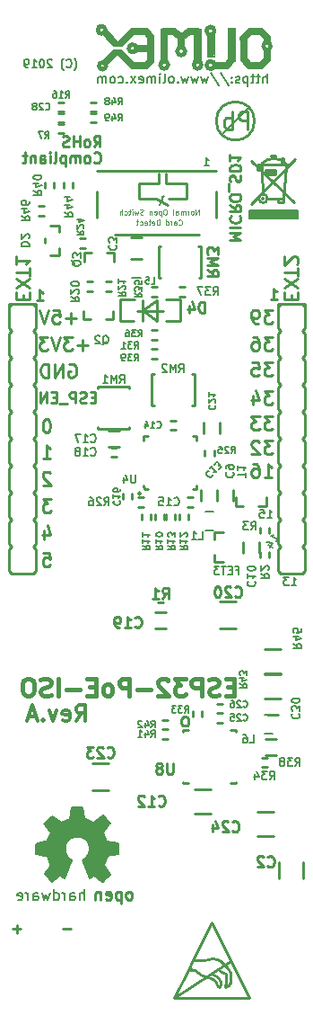
<source format=gbr>
G04 #@! TF.GenerationSoftware,KiCad,Pcbnew,6.0.0-rc1-unknown-69d90a4~84~ubuntu18.04.1*
G04 #@! TF.CreationDate,2019-01-16T16:00:12+02:00
G04 #@! TF.ProjectId,ESP32-PoE-ISO_Rev_A,45535033-322d-4506-9f45-2d49534f5f52,A*
G04 #@! TF.SameCoordinates,Original*
G04 #@! TF.FileFunction,Legend,Bot*
G04 #@! TF.FilePolarity,Positive*
%FSLAX46Y46*%
G04 Gerber Fmt 4.6, Leading zero omitted, Abs format (unit mm)*
G04 Created by KiCad (PCBNEW 6.0.0-rc1-unknown-69d90a4~84~ubuntu18.04.1) date 16.01.2019 (ср) 16:00:12 EET*
%MOMM*%
%LPD*%
G04 APERTURE LIST*
%ADD10C,0.254000*%
%ADD11C,0.190500*%
%ADD12C,0.381000*%
%ADD13C,0.317500*%
%ADD14C,0.200000*%
%ADD15C,0.127000*%
%ADD16C,0.150000*%
%ADD17C,0.400000*%
%ADD18C,0.700000*%
%ADD19C,0.500000*%
%ADD20C,0.100000*%
%ADD21C,0.420000*%
%ADD22C,0.370000*%
%ADD23C,0.380000*%
%ADD24C,1.000000*%
%ADD25C,0.158750*%
%ADD26C,0.125000*%
%ADD27C,0.180000*%
G04 APERTURE END LIST*
D10*
X96018047Y-180793571D02*
X95243952Y-180793571D01*
X91319047Y-180793571D02*
X90544952Y-180793571D01*
X90932000Y-181180619D02*
X90932000Y-180406523D01*
X93423619Y-145354523D02*
X94028380Y-145354523D01*
X94088857Y-145959285D01*
X94028380Y-145898809D01*
X93907428Y-145838333D01*
X93605047Y-145838333D01*
X93484095Y-145898809D01*
X93423619Y-145959285D01*
X93363142Y-146080238D01*
X93363142Y-146382619D01*
X93423619Y-146503571D01*
X93484095Y-146564047D01*
X93605047Y-146624523D01*
X93907428Y-146624523D01*
X94028380Y-146564047D01*
X94088857Y-146503571D01*
X93484095Y-143237857D02*
X93484095Y-144084523D01*
X93786476Y-142754047D02*
X94088857Y-143661190D01*
X93302666Y-143661190D01*
X94149333Y-140274523D02*
X93363142Y-140274523D01*
X93786476Y-140758333D01*
X93605047Y-140758333D01*
X93484095Y-140818809D01*
X93423619Y-140879285D01*
X93363142Y-141000238D01*
X93363142Y-141302619D01*
X93423619Y-141423571D01*
X93484095Y-141484047D01*
X93605047Y-141544523D01*
X93967904Y-141544523D01*
X94088857Y-141484047D01*
X94149333Y-141423571D01*
X94088857Y-137855476D02*
X94028380Y-137795000D01*
X93907428Y-137734523D01*
X93605047Y-137734523D01*
X93484095Y-137795000D01*
X93423619Y-137855476D01*
X93363142Y-137976428D01*
X93363142Y-138097380D01*
X93423619Y-138278809D01*
X94149333Y-139004523D01*
X93363142Y-139004523D01*
X93363142Y-136464523D02*
X94088857Y-136464523D01*
X93726000Y-136464523D02*
X93726000Y-135194523D01*
X93846952Y-135375952D01*
X93967904Y-135496904D01*
X94088857Y-135557380D01*
X93786476Y-132781523D02*
X93665523Y-132781523D01*
X93544571Y-132842000D01*
X93484095Y-132902476D01*
X93423619Y-133023428D01*
X93363142Y-133265333D01*
X93363142Y-133567714D01*
X93423619Y-133809619D01*
X93484095Y-133930571D01*
X93544571Y-133991047D01*
X93665523Y-134051523D01*
X93786476Y-134051523D01*
X93907428Y-133991047D01*
X93967904Y-133930571D01*
X94028380Y-133809619D01*
X94088857Y-133567714D01*
X94088857Y-133265333D01*
X94028380Y-133023428D01*
X93967904Y-132902476D01*
X93907428Y-132842000D01*
X93786476Y-132781523D01*
X98346380Y-130737428D02*
X98007714Y-130737428D01*
X97862571Y-131269619D02*
X98346380Y-131269619D01*
X98346380Y-130253619D01*
X97862571Y-130253619D01*
X97475523Y-131221238D02*
X97330380Y-131269619D01*
X97088476Y-131269619D01*
X96991714Y-131221238D01*
X96943333Y-131172857D01*
X96894952Y-131076095D01*
X96894952Y-130979333D01*
X96943333Y-130882571D01*
X96991714Y-130834190D01*
X97088476Y-130785809D01*
X97282000Y-130737428D01*
X97378761Y-130689047D01*
X97427142Y-130640666D01*
X97475523Y-130543904D01*
X97475523Y-130447142D01*
X97427142Y-130350380D01*
X97378761Y-130302000D01*
X97282000Y-130253619D01*
X97040095Y-130253619D01*
X96894952Y-130302000D01*
X96459523Y-131269619D02*
X96459523Y-130253619D01*
X96072476Y-130253619D01*
X95975714Y-130302000D01*
X95927333Y-130350380D01*
X95878952Y-130447142D01*
X95878952Y-130592285D01*
X95927333Y-130689047D01*
X95975714Y-130737428D01*
X96072476Y-130785809D01*
X96459523Y-130785809D01*
X95685428Y-131366380D02*
X94911333Y-131366380D01*
X94669428Y-130737428D02*
X94330761Y-130737428D01*
X94185619Y-131269619D02*
X94669428Y-131269619D01*
X94669428Y-130253619D01*
X94185619Y-130253619D01*
X93750190Y-131269619D02*
X93750190Y-130253619D01*
X93169619Y-131269619D01*
X93169619Y-130253619D01*
X95836619Y-127635000D02*
X95957571Y-127574523D01*
X96139000Y-127574523D01*
X96320428Y-127635000D01*
X96441380Y-127755952D01*
X96501857Y-127876904D01*
X96562333Y-128118809D01*
X96562333Y-128300238D01*
X96501857Y-128542142D01*
X96441380Y-128663095D01*
X96320428Y-128784047D01*
X96139000Y-128844523D01*
X96018047Y-128844523D01*
X95836619Y-128784047D01*
X95776142Y-128723571D01*
X95776142Y-128300238D01*
X96018047Y-128300238D01*
X95231857Y-128844523D02*
X95231857Y-127574523D01*
X94506142Y-128844523D01*
X94506142Y-127574523D01*
X93901380Y-128844523D02*
X93901380Y-127574523D01*
X93599000Y-127574523D01*
X93417571Y-127635000D01*
X93296619Y-127755952D01*
X93236142Y-127876904D01*
X93175666Y-128118809D01*
X93175666Y-128300238D01*
X93236142Y-128542142D01*
X93296619Y-128663095D01*
X93417571Y-128784047D01*
X93599000Y-128844523D01*
X93901380Y-128844523D01*
X97614619Y-125820714D02*
X96647000Y-125820714D01*
X97130809Y-126304523D02*
X97130809Y-125336904D01*
X96163190Y-125034523D02*
X95377000Y-125034523D01*
X95800333Y-125518333D01*
X95618904Y-125518333D01*
X95497952Y-125578809D01*
X95437476Y-125639285D01*
X95377000Y-125760238D01*
X95377000Y-126062619D01*
X95437476Y-126183571D01*
X95497952Y-126244047D01*
X95618904Y-126304523D01*
X95981761Y-126304523D01*
X96102714Y-126244047D01*
X96163190Y-126183571D01*
X95014142Y-125034523D02*
X94590809Y-126304523D01*
X94167476Y-125034523D01*
X93865095Y-125034523D02*
X93078904Y-125034523D01*
X93502238Y-125518333D01*
X93320809Y-125518333D01*
X93199857Y-125578809D01*
X93139380Y-125639285D01*
X93078904Y-125760238D01*
X93078904Y-126062619D01*
X93139380Y-126183571D01*
X93199857Y-126244047D01*
X93320809Y-126304523D01*
X93683666Y-126304523D01*
X93804619Y-126244047D01*
X93865095Y-126183571D01*
X96501857Y-123280714D02*
X95534238Y-123280714D01*
X96018047Y-123764523D02*
X96018047Y-122796904D01*
X94324714Y-122494523D02*
X94929476Y-122494523D01*
X94989952Y-123099285D01*
X94929476Y-123038809D01*
X94808523Y-122978333D01*
X94506142Y-122978333D01*
X94385190Y-123038809D01*
X94324714Y-123099285D01*
X94264238Y-123220238D01*
X94264238Y-123522619D01*
X94324714Y-123643571D01*
X94385190Y-123704047D01*
X94506142Y-123764523D01*
X94808523Y-123764523D01*
X94929476Y-123704047D01*
X94989952Y-123643571D01*
X93901380Y-122494523D02*
X93478047Y-123764523D01*
X93054714Y-122494523D01*
D11*
X116858142Y-148426714D02*
X117293571Y-148426714D01*
X117075857Y-148426714D02*
X117075857Y-147664714D01*
X117148428Y-147773571D01*
X117221000Y-147846142D01*
X117293571Y-147882428D01*
X116604142Y-147664714D02*
X116132428Y-147664714D01*
X116386428Y-147955000D01*
X116277571Y-147955000D01*
X116205000Y-147991285D01*
X116168714Y-148027571D01*
X116132428Y-148100142D01*
X116132428Y-148281571D01*
X116168714Y-148354142D01*
X116205000Y-148390428D01*
X116277571Y-148426714D01*
X116495285Y-148426714D01*
X116567857Y-148390428D01*
X116604142Y-148354142D01*
X115433102Y-144318659D02*
X115650817Y-143941567D01*
X115541959Y-144130113D02*
X114882048Y-143749113D01*
X115012607Y-143740693D01*
X115111741Y-143714130D01*
X115179451Y-143669424D01*
X114666590Y-144630298D02*
X115106531Y-144884298D01*
X114505909Y-144328033D02*
X115067989Y-144443054D01*
X114832132Y-144851571D01*
X114572142Y-142076714D02*
X115007571Y-142076714D01*
X114789857Y-142076714D02*
X114789857Y-141314714D01*
X114862428Y-141423571D01*
X114935000Y-141496142D01*
X115007571Y-141532428D01*
X113882714Y-141314714D02*
X114245571Y-141314714D01*
X114281857Y-141677571D01*
X114245571Y-141641285D01*
X114173000Y-141605000D01*
X113991571Y-141605000D01*
X113919000Y-141641285D01*
X113882714Y-141677571D01*
X113846428Y-141750142D01*
X113846428Y-141931571D01*
X113882714Y-142004142D01*
X113919000Y-142040428D01*
X113991571Y-142076714D01*
X114173000Y-142076714D01*
X114245571Y-142040428D01*
X114281857Y-142004142D01*
D10*
X114287904Y-138242523D02*
X115013619Y-138242523D01*
X114650761Y-138242523D02*
X114650761Y-136972523D01*
X114771714Y-137153952D01*
X114892666Y-137274904D01*
X115013619Y-137335380D01*
X113199333Y-136972523D02*
X113441238Y-136972523D01*
X113562190Y-137033000D01*
X113622666Y-137093476D01*
X113743619Y-137274904D01*
X113804095Y-137516809D01*
X113804095Y-138000619D01*
X113743619Y-138121571D01*
X113683142Y-138182047D01*
X113562190Y-138242523D01*
X113320285Y-138242523D01*
X113199333Y-138182047D01*
X113138857Y-138121571D01*
X113078380Y-138000619D01*
X113078380Y-137698238D01*
X113138857Y-137577285D01*
X113199333Y-137516809D01*
X113320285Y-137456333D01*
X113562190Y-137456333D01*
X113683142Y-137516809D01*
X113743619Y-137577285D01*
X113804095Y-137698238D01*
X115074095Y-134813523D02*
X114287904Y-134813523D01*
X114711238Y-135297333D01*
X114529809Y-135297333D01*
X114408857Y-135357809D01*
X114348380Y-135418285D01*
X114287904Y-135539238D01*
X114287904Y-135841619D01*
X114348380Y-135962571D01*
X114408857Y-136023047D01*
X114529809Y-136083523D01*
X114892666Y-136083523D01*
X115013619Y-136023047D01*
X115074095Y-135962571D01*
X113804095Y-134934476D02*
X113743619Y-134874000D01*
X113622666Y-134813523D01*
X113320285Y-134813523D01*
X113199333Y-134874000D01*
X113138857Y-134934476D01*
X113078380Y-135055428D01*
X113078380Y-135176380D01*
X113138857Y-135357809D01*
X113864571Y-136083523D01*
X113078380Y-136083523D01*
X115074095Y-132527523D02*
X114287904Y-132527523D01*
X114711238Y-133011333D01*
X114529809Y-133011333D01*
X114408857Y-133071809D01*
X114348380Y-133132285D01*
X114287904Y-133253238D01*
X114287904Y-133555619D01*
X114348380Y-133676571D01*
X114408857Y-133737047D01*
X114529809Y-133797523D01*
X114892666Y-133797523D01*
X115013619Y-133737047D01*
X115074095Y-133676571D01*
X113864571Y-132527523D02*
X113078380Y-132527523D01*
X113501714Y-133011333D01*
X113320285Y-133011333D01*
X113199333Y-133071809D01*
X113138857Y-133132285D01*
X113078380Y-133253238D01*
X113078380Y-133555619D01*
X113138857Y-133676571D01*
X113199333Y-133737047D01*
X113320285Y-133797523D01*
X113683142Y-133797523D01*
X113804095Y-133737047D01*
X113864571Y-133676571D01*
X115074095Y-130114523D02*
X114287904Y-130114523D01*
X114711238Y-130598333D01*
X114529809Y-130598333D01*
X114408857Y-130658809D01*
X114348380Y-130719285D01*
X114287904Y-130840238D01*
X114287904Y-131142619D01*
X114348380Y-131263571D01*
X114408857Y-131324047D01*
X114529809Y-131384523D01*
X114892666Y-131384523D01*
X115013619Y-131324047D01*
X115074095Y-131263571D01*
X113199333Y-130537857D02*
X113199333Y-131384523D01*
X113501714Y-130054047D02*
X113804095Y-130961190D01*
X113017904Y-130961190D01*
X115074095Y-127447523D02*
X114287904Y-127447523D01*
X114711238Y-127931333D01*
X114529809Y-127931333D01*
X114408857Y-127991809D01*
X114348380Y-128052285D01*
X114287904Y-128173238D01*
X114287904Y-128475619D01*
X114348380Y-128596571D01*
X114408857Y-128657047D01*
X114529809Y-128717523D01*
X114892666Y-128717523D01*
X115013619Y-128657047D01*
X115074095Y-128596571D01*
X113138857Y-127447523D02*
X113743619Y-127447523D01*
X113804095Y-128052285D01*
X113743619Y-127991809D01*
X113622666Y-127931333D01*
X113320285Y-127931333D01*
X113199333Y-127991809D01*
X113138857Y-128052285D01*
X113078380Y-128173238D01*
X113078380Y-128475619D01*
X113138857Y-128596571D01*
X113199333Y-128657047D01*
X113320285Y-128717523D01*
X113622666Y-128717523D01*
X113743619Y-128657047D01*
X113804095Y-128596571D01*
X115074095Y-125034523D02*
X114287904Y-125034523D01*
X114711238Y-125518333D01*
X114529809Y-125518333D01*
X114408857Y-125578809D01*
X114348380Y-125639285D01*
X114287904Y-125760238D01*
X114287904Y-126062619D01*
X114348380Y-126183571D01*
X114408857Y-126244047D01*
X114529809Y-126304523D01*
X114892666Y-126304523D01*
X115013619Y-126244047D01*
X115074095Y-126183571D01*
X113199333Y-125034523D02*
X113441238Y-125034523D01*
X113562190Y-125095000D01*
X113622666Y-125155476D01*
X113743619Y-125336904D01*
X113804095Y-125578809D01*
X113804095Y-126062619D01*
X113743619Y-126183571D01*
X113683142Y-126244047D01*
X113562190Y-126304523D01*
X113320285Y-126304523D01*
X113199333Y-126244047D01*
X113138857Y-126183571D01*
X113078380Y-126062619D01*
X113078380Y-125760238D01*
X113138857Y-125639285D01*
X113199333Y-125578809D01*
X113320285Y-125518333D01*
X113562190Y-125518333D01*
X113683142Y-125578809D01*
X113743619Y-125639285D01*
X113804095Y-125760238D01*
X115074095Y-122494523D02*
X114287904Y-122494523D01*
X114711238Y-122978333D01*
X114529809Y-122978333D01*
X114408857Y-123038809D01*
X114348380Y-123099285D01*
X114287904Y-123220238D01*
X114287904Y-123522619D01*
X114348380Y-123643571D01*
X114408857Y-123704047D01*
X114529809Y-123764523D01*
X114892666Y-123764523D01*
X115013619Y-123704047D01*
X115074095Y-123643571D01*
X113683142Y-123764523D02*
X113441238Y-123764523D01*
X113320285Y-123704047D01*
X113259809Y-123643571D01*
X113138857Y-123462142D01*
X113078380Y-123220238D01*
X113078380Y-122736428D01*
X113138857Y-122615476D01*
X113199333Y-122555000D01*
X113320285Y-122494523D01*
X113562190Y-122494523D01*
X113683142Y-122555000D01*
X113743619Y-122615476D01*
X113804095Y-122736428D01*
X113804095Y-123038809D01*
X113743619Y-123159761D01*
X113683142Y-123220238D01*
X113562190Y-123280714D01*
X113320285Y-123280714D01*
X113199333Y-123220238D01*
X113138857Y-123159761D01*
X113078380Y-123038809D01*
D11*
X108621285Y-108929714D02*
X109056714Y-108929714D01*
X108839000Y-108929714D02*
X108839000Y-108167714D01*
X108911571Y-108276571D01*
X108984142Y-108349142D01*
X109056714Y-108385428D01*
D10*
X98198819Y-108566857D02*
X98247200Y-108615238D01*
X98392342Y-108663619D01*
X98489104Y-108663619D01*
X98634247Y-108615238D01*
X98731009Y-108518476D01*
X98779390Y-108421714D01*
X98827771Y-108228190D01*
X98827771Y-108083047D01*
X98779390Y-107889523D01*
X98731009Y-107792761D01*
X98634247Y-107696000D01*
X98489104Y-107647619D01*
X98392342Y-107647619D01*
X98247200Y-107696000D01*
X98198819Y-107744380D01*
X97618247Y-108663619D02*
X97715009Y-108615238D01*
X97763390Y-108566857D01*
X97811771Y-108470095D01*
X97811771Y-108179809D01*
X97763390Y-108083047D01*
X97715009Y-108034666D01*
X97618247Y-107986285D01*
X97473104Y-107986285D01*
X97376342Y-108034666D01*
X97327961Y-108083047D01*
X97279580Y-108179809D01*
X97279580Y-108470095D01*
X97327961Y-108566857D01*
X97376342Y-108615238D01*
X97473104Y-108663619D01*
X97618247Y-108663619D01*
X96844152Y-108663619D02*
X96844152Y-107986285D01*
X96844152Y-108083047D02*
X96795771Y-108034666D01*
X96699009Y-107986285D01*
X96553866Y-107986285D01*
X96457104Y-108034666D01*
X96408723Y-108131428D01*
X96408723Y-108663619D01*
X96408723Y-108131428D02*
X96360342Y-108034666D01*
X96263580Y-107986285D01*
X96118438Y-107986285D01*
X96021676Y-108034666D01*
X95973295Y-108131428D01*
X95973295Y-108663619D01*
X95489485Y-107986285D02*
X95489485Y-109002285D01*
X95489485Y-108034666D02*
X95392723Y-107986285D01*
X95199200Y-107986285D01*
X95102438Y-108034666D01*
X95054057Y-108083047D01*
X95005676Y-108179809D01*
X95005676Y-108470095D01*
X95054057Y-108566857D01*
X95102438Y-108615238D01*
X95199200Y-108663619D01*
X95392723Y-108663619D01*
X95489485Y-108615238D01*
X94425104Y-108663619D02*
X94521866Y-108615238D01*
X94570247Y-108518476D01*
X94570247Y-107647619D01*
X94038057Y-108663619D02*
X94038057Y-107986285D01*
X94038057Y-107647619D02*
X94086438Y-107696000D01*
X94038057Y-107744380D01*
X93989676Y-107696000D01*
X94038057Y-107647619D01*
X94038057Y-107744380D01*
X93118819Y-108663619D02*
X93118819Y-108131428D01*
X93167200Y-108034666D01*
X93263961Y-107986285D01*
X93457485Y-107986285D01*
X93554247Y-108034666D01*
X93118819Y-108615238D02*
X93215580Y-108663619D01*
X93457485Y-108663619D01*
X93554247Y-108615238D01*
X93602628Y-108518476D01*
X93602628Y-108421714D01*
X93554247Y-108324952D01*
X93457485Y-108276571D01*
X93215580Y-108276571D01*
X93118819Y-108228190D01*
X92635009Y-107986285D02*
X92635009Y-108663619D01*
X92635009Y-108083047D02*
X92586628Y-108034666D01*
X92489866Y-107986285D01*
X92344723Y-107986285D01*
X92247961Y-108034666D01*
X92199580Y-108131428D01*
X92199580Y-108663619D01*
X91860914Y-107986285D02*
X91473866Y-107986285D01*
X91715771Y-107647619D02*
X91715771Y-108518476D01*
X91667390Y-108615238D01*
X91570628Y-108663619D01*
X91473866Y-108663619D01*
X98189142Y-107139619D02*
X98527809Y-106655809D01*
X98769714Y-107139619D02*
X98769714Y-106123619D01*
X98382666Y-106123619D01*
X98285904Y-106172000D01*
X98237523Y-106220380D01*
X98189142Y-106317142D01*
X98189142Y-106462285D01*
X98237523Y-106559047D01*
X98285904Y-106607428D01*
X98382666Y-106655809D01*
X98769714Y-106655809D01*
X97608571Y-107139619D02*
X97705333Y-107091238D01*
X97753714Y-107042857D01*
X97802095Y-106946095D01*
X97802095Y-106655809D01*
X97753714Y-106559047D01*
X97705333Y-106510666D01*
X97608571Y-106462285D01*
X97463428Y-106462285D01*
X97366666Y-106510666D01*
X97318285Y-106559047D01*
X97269904Y-106655809D01*
X97269904Y-106946095D01*
X97318285Y-107042857D01*
X97366666Y-107091238D01*
X97463428Y-107139619D01*
X97608571Y-107139619D01*
X96834476Y-107139619D02*
X96834476Y-106123619D01*
X96834476Y-106607428D02*
X96253904Y-106607428D01*
X96253904Y-107139619D02*
X96253904Y-106123619D01*
X95818476Y-107091238D02*
X95673333Y-107139619D01*
X95431428Y-107139619D01*
X95334666Y-107091238D01*
X95286285Y-107042857D01*
X95237904Y-106946095D01*
X95237904Y-106849333D01*
X95286285Y-106752571D01*
X95334666Y-106704190D01*
X95431428Y-106655809D01*
X95624952Y-106607428D01*
X95721714Y-106559047D01*
X95770095Y-106510666D01*
X95818476Y-106413904D01*
X95818476Y-106317142D01*
X95770095Y-106220380D01*
X95721714Y-106172000D01*
X95624952Y-106123619D01*
X95383047Y-106123619D01*
X95237904Y-106172000D01*
X114898714Y-121490619D02*
X115479285Y-121490619D01*
X115189000Y-121490619D02*
X115189000Y-120474619D01*
X115285761Y-120619761D01*
X115382523Y-120716523D01*
X115479285Y-120764904D01*
X92800714Y-121617619D02*
X93381285Y-121617619D01*
X93091000Y-121617619D02*
X93091000Y-120601619D01*
X93187761Y-120746761D01*
X93284523Y-120843523D01*
X93381285Y-120891904D01*
D12*
X111418309Y-157997071D02*
X110867976Y-157997071D01*
X110632119Y-158861880D02*
X111418309Y-158861880D01*
X111418309Y-157210880D01*
X110632119Y-157210880D01*
X110003166Y-158783261D02*
X109767309Y-158861880D01*
X109374214Y-158861880D01*
X109216976Y-158783261D01*
X109138357Y-158704642D01*
X109059738Y-158547404D01*
X109059738Y-158390166D01*
X109138357Y-158232928D01*
X109216976Y-158154309D01*
X109374214Y-158075690D01*
X109688690Y-157997071D01*
X109845928Y-157918452D01*
X109924547Y-157839833D01*
X110003166Y-157682595D01*
X110003166Y-157525357D01*
X109924547Y-157368119D01*
X109845928Y-157289500D01*
X109688690Y-157210880D01*
X109295595Y-157210880D01*
X109059738Y-157289500D01*
X108352166Y-158861880D02*
X108352166Y-157210880D01*
X107723214Y-157210880D01*
X107565976Y-157289500D01*
X107487357Y-157368119D01*
X107408738Y-157525357D01*
X107408738Y-157761214D01*
X107487357Y-157918452D01*
X107565976Y-157997071D01*
X107723214Y-158075690D01*
X108352166Y-158075690D01*
X106858404Y-157210880D02*
X105836357Y-157210880D01*
X106386690Y-157839833D01*
X106150833Y-157839833D01*
X105993595Y-157918452D01*
X105914976Y-157997071D01*
X105836357Y-158154309D01*
X105836357Y-158547404D01*
X105914976Y-158704642D01*
X105993595Y-158783261D01*
X106150833Y-158861880D01*
X106622547Y-158861880D01*
X106779785Y-158783261D01*
X106858404Y-158704642D01*
X105207404Y-157368119D02*
X105128785Y-157289500D01*
X104971547Y-157210880D01*
X104578452Y-157210880D01*
X104421214Y-157289500D01*
X104342595Y-157368119D01*
X104263976Y-157525357D01*
X104263976Y-157682595D01*
X104342595Y-157918452D01*
X105286023Y-158861880D01*
X104263976Y-158861880D01*
X103556404Y-158232928D02*
X102298500Y-158232928D01*
X101512309Y-158861880D02*
X101512309Y-157210880D01*
X100883357Y-157210880D01*
X100726119Y-157289500D01*
X100647500Y-157368119D01*
X100568880Y-157525357D01*
X100568880Y-157761214D01*
X100647500Y-157918452D01*
X100726119Y-157997071D01*
X100883357Y-158075690D01*
X101512309Y-158075690D01*
X99625452Y-158861880D02*
X99782690Y-158783261D01*
X99861309Y-158704642D01*
X99939928Y-158547404D01*
X99939928Y-158075690D01*
X99861309Y-157918452D01*
X99782690Y-157839833D01*
X99625452Y-157761214D01*
X99389595Y-157761214D01*
X99232357Y-157839833D01*
X99153738Y-157918452D01*
X99075119Y-158075690D01*
X99075119Y-158547404D01*
X99153738Y-158704642D01*
X99232357Y-158783261D01*
X99389595Y-158861880D01*
X99625452Y-158861880D01*
X98367547Y-157997071D02*
X97817214Y-157997071D01*
X97581357Y-158861880D02*
X98367547Y-158861880D01*
X98367547Y-157210880D01*
X97581357Y-157210880D01*
X96873785Y-158232928D02*
X95615880Y-158232928D01*
X94829690Y-158861880D02*
X94829690Y-157210880D01*
X94122119Y-158783261D02*
X93886261Y-158861880D01*
X93493166Y-158861880D01*
X93335928Y-158783261D01*
X93257309Y-158704642D01*
X93178690Y-158547404D01*
X93178690Y-158390166D01*
X93257309Y-158232928D01*
X93335928Y-158154309D01*
X93493166Y-158075690D01*
X93807642Y-157997071D01*
X93964880Y-157918452D01*
X94043500Y-157839833D01*
X94122119Y-157682595D01*
X94122119Y-157525357D01*
X94043500Y-157368119D01*
X93964880Y-157289500D01*
X93807642Y-157210880D01*
X93414547Y-157210880D01*
X93178690Y-157289500D01*
X92156642Y-157210880D02*
X91842166Y-157210880D01*
X91684928Y-157289500D01*
X91527690Y-157446738D01*
X91449071Y-157761214D01*
X91449071Y-158311547D01*
X91527690Y-158626023D01*
X91684928Y-158783261D01*
X91842166Y-158861880D01*
X92156642Y-158861880D01*
X92313880Y-158783261D01*
X92471119Y-158626023D01*
X92549738Y-158311547D01*
X92549738Y-157761214D01*
X92471119Y-157446738D01*
X92313880Y-157289500D01*
X92156642Y-157210880D01*
D13*
X96520000Y-161217428D02*
X97028000Y-160491714D01*
X97390857Y-161217428D02*
X97390857Y-159693428D01*
X96810285Y-159693428D01*
X96665142Y-159766000D01*
X96592571Y-159838571D01*
X96520000Y-159983714D01*
X96520000Y-160201428D01*
X96592571Y-160346571D01*
X96665142Y-160419142D01*
X96810285Y-160491714D01*
X97390857Y-160491714D01*
X95286285Y-161144857D02*
X95431428Y-161217428D01*
X95721714Y-161217428D01*
X95866857Y-161144857D01*
X95939428Y-160999714D01*
X95939428Y-160419142D01*
X95866857Y-160274000D01*
X95721714Y-160201428D01*
X95431428Y-160201428D01*
X95286285Y-160274000D01*
X95213714Y-160419142D01*
X95213714Y-160564285D01*
X95939428Y-160709428D01*
X94705714Y-160201428D02*
X94342857Y-161217428D01*
X93980000Y-160201428D01*
X93399428Y-161072285D02*
X93326857Y-161144857D01*
X93399428Y-161217428D01*
X93472000Y-161144857D01*
X93399428Y-161072285D01*
X93399428Y-161217428D01*
X92746285Y-160782000D02*
X92020571Y-160782000D01*
X92891428Y-161217428D02*
X92383428Y-159693428D01*
X91875428Y-161217428D01*
D11*
X96338571Y-99949000D02*
X96374857Y-99912714D01*
X96447428Y-99803857D01*
X96483714Y-99731285D01*
X96520000Y-99622428D01*
X96556285Y-99441000D01*
X96556285Y-99295857D01*
X96520000Y-99114428D01*
X96483714Y-99005571D01*
X96447428Y-98933000D01*
X96374857Y-98824142D01*
X96338571Y-98787857D01*
X95612857Y-99586142D02*
X95649142Y-99622428D01*
X95758000Y-99658714D01*
X95830571Y-99658714D01*
X95939428Y-99622428D01*
X96012000Y-99549857D01*
X96048285Y-99477285D01*
X96084571Y-99332142D01*
X96084571Y-99223285D01*
X96048285Y-99078142D01*
X96012000Y-99005571D01*
X95939428Y-98933000D01*
X95830571Y-98896714D01*
X95758000Y-98896714D01*
X95649142Y-98933000D01*
X95612857Y-98969285D01*
X95358857Y-99949000D02*
X95322571Y-99912714D01*
X95250000Y-99803857D01*
X95213714Y-99731285D01*
X95177428Y-99622428D01*
X95141142Y-99441000D01*
X95141142Y-99295857D01*
X95177428Y-99114428D01*
X95213714Y-99005571D01*
X95250000Y-98933000D01*
X95322571Y-98824142D01*
X95358857Y-98787857D01*
X94234000Y-98969285D02*
X94197714Y-98933000D01*
X94125142Y-98896714D01*
X93943714Y-98896714D01*
X93871142Y-98933000D01*
X93834857Y-98969285D01*
X93798571Y-99041857D01*
X93798571Y-99114428D01*
X93834857Y-99223285D01*
X94270285Y-99658714D01*
X93798571Y-99658714D01*
X93326857Y-98896714D02*
X93254285Y-98896714D01*
X93181714Y-98933000D01*
X93145428Y-98969285D01*
X93109142Y-99041857D01*
X93072857Y-99187000D01*
X93072857Y-99368428D01*
X93109142Y-99513571D01*
X93145428Y-99586142D01*
X93181714Y-99622428D01*
X93254285Y-99658714D01*
X93326857Y-99658714D01*
X93399428Y-99622428D01*
X93435714Y-99586142D01*
X93472000Y-99513571D01*
X93508285Y-99368428D01*
X93508285Y-99187000D01*
X93472000Y-99041857D01*
X93435714Y-98969285D01*
X93399428Y-98933000D01*
X93326857Y-98896714D01*
X92347142Y-99658714D02*
X92782571Y-99658714D01*
X92564857Y-99658714D02*
X92564857Y-98896714D01*
X92637428Y-99005571D01*
X92710000Y-99078142D01*
X92782571Y-99114428D01*
X91984285Y-99658714D02*
X91839142Y-99658714D01*
X91766571Y-99622428D01*
X91730285Y-99586142D01*
X91657714Y-99477285D01*
X91621428Y-99332142D01*
X91621428Y-99041857D01*
X91657714Y-98969285D01*
X91694000Y-98933000D01*
X91766571Y-98896714D01*
X91911714Y-98896714D01*
X91984285Y-98933000D01*
X92020571Y-98969285D01*
X92056857Y-99041857D01*
X92056857Y-99223285D01*
X92020571Y-99295857D01*
X91984285Y-99332142D01*
X91911714Y-99368428D01*
X91766571Y-99368428D01*
X91694000Y-99332142D01*
X91657714Y-99295857D01*
X91621428Y-99223285D01*
X114532833Y-101113166D02*
X114532833Y-100224166D01*
X114151833Y-101113166D02*
X114151833Y-100647500D01*
X114194166Y-100562833D01*
X114278833Y-100520500D01*
X114405833Y-100520500D01*
X114490500Y-100562833D01*
X114532833Y-100605166D01*
X113855500Y-100520500D02*
X113516833Y-100520500D01*
X113728500Y-100224166D02*
X113728500Y-100986166D01*
X113686166Y-101070833D01*
X113601500Y-101113166D01*
X113516833Y-101113166D01*
X113347500Y-100520500D02*
X113008833Y-100520500D01*
X113220500Y-100224166D02*
X113220500Y-100986166D01*
X113178166Y-101070833D01*
X113093500Y-101113166D01*
X113008833Y-101113166D01*
X112712500Y-100520500D02*
X112712500Y-101409500D01*
X112712500Y-100562833D02*
X112627833Y-100520500D01*
X112458500Y-100520500D01*
X112373833Y-100562833D01*
X112331500Y-100605166D01*
X112289166Y-100689833D01*
X112289166Y-100943833D01*
X112331500Y-101028500D01*
X112373833Y-101070833D01*
X112458500Y-101113166D01*
X112627833Y-101113166D01*
X112712500Y-101070833D01*
X111950500Y-101070833D02*
X111865833Y-101113166D01*
X111696500Y-101113166D01*
X111611833Y-101070833D01*
X111569500Y-100986166D01*
X111569500Y-100943833D01*
X111611833Y-100859166D01*
X111696500Y-100816833D01*
X111823500Y-100816833D01*
X111908166Y-100774500D01*
X111950500Y-100689833D01*
X111950500Y-100647500D01*
X111908166Y-100562833D01*
X111823500Y-100520500D01*
X111696500Y-100520500D01*
X111611833Y-100562833D01*
X111188500Y-101028500D02*
X111146166Y-101070833D01*
X111188500Y-101113166D01*
X111230833Y-101070833D01*
X111188500Y-101028500D01*
X111188500Y-101113166D01*
X111188500Y-100562833D02*
X111146166Y-100605166D01*
X111188500Y-100647500D01*
X111230833Y-100605166D01*
X111188500Y-100562833D01*
X111188500Y-100647500D01*
X110130166Y-100181833D02*
X110892166Y-101324833D01*
X109198833Y-100181833D02*
X109960833Y-101324833D01*
X108987166Y-100520500D02*
X108817833Y-101113166D01*
X108648500Y-100689833D01*
X108479166Y-101113166D01*
X108309833Y-100520500D01*
X108055833Y-100520500D02*
X107886500Y-101113166D01*
X107717166Y-100689833D01*
X107547833Y-101113166D01*
X107378500Y-100520500D01*
X107124500Y-100520500D02*
X106955166Y-101113166D01*
X106785833Y-100689833D01*
X106616500Y-101113166D01*
X106447166Y-100520500D01*
X106108500Y-101028500D02*
X106066166Y-101070833D01*
X106108500Y-101113166D01*
X106150833Y-101070833D01*
X106108500Y-101028500D01*
X106108500Y-101113166D01*
X105558166Y-101113166D02*
X105642833Y-101070833D01*
X105685166Y-101028500D01*
X105727500Y-100943833D01*
X105727500Y-100689833D01*
X105685166Y-100605166D01*
X105642833Y-100562833D01*
X105558166Y-100520500D01*
X105431166Y-100520500D01*
X105346500Y-100562833D01*
X105304166Y-100605166D01*
X105261833Y-100689833D01*
X105261833Y-100943833D01*
X105304166Y-101028500D01*
X105346500Y-101070833D01*
X105431166Y-101113166D01*
X105558166Y-101113166D01*
X104753833Y-101113166D02*
X104838500Y-101070833D01*
X104880833Y-100986166D01*
X104880833Y-100224166D01*
X104415166Y-101113166D02*
X104415166Y-100520500D01*
X104415166Y-100224166D02*
X104457500Y-100266500D01*
X104415166Y-100308833D01*
X104372833Y-100266500D01*
X104415166Y-100224166D01*
X104415166Y-100308833D01*
X103991833Y-101113166D02*
X103991833Y-100520500D01*
X103991833Y-100605166D02*
X103949500Y-100562833D01*
X103864833Y-100520500D01*
X103737833Y-100520500D01*
X103653166Y-100562833D01*
X103610833Y-100647500D01*
X103610833Y-101113166D01*
X103610833Y-100647500D02*
X103568500Y-100562833D01*
X103483833Y-100520500D01*
X103356833Y-100520500D01*
X103272166Y-100562833D01*
X103229833Y-100647500D01*
X103229833Y-101113166D01*
X102467833Y-101070833D02*
X102552500Y-101113166D01*
X102721833Y-101113166D01*
X102806500Y-101070833D01*
X102848833Y-100986166D01*
X102848833Y-100647500D01*
X102806500Y-100562833D01*
X102721833Y-100520500D01*
X102552500Y-100520500D01*
X102467833Y-100562833D01*
X102425500Y-100647500D01*
X102425500Y-100732166D01*
X102848833Y-100816833D01*
X102129166Y-101113166D02*
X101663500Y-100520500D01*
X102129166Y-100520500D02*
X101663500Y-101113166D01*
X101324833Y-101028500D02*
X101282500Y-101070833D01*
X101324833Y-101113166D01*
X101367166Y-101070833D01*
X101324833Y-101028500D01*
X101324833Y-101113166D01*
X100520500Y-101070833D02*
X100605166Y-101113166D01*
X100774500Y-101113166D01*
X100859166Y-101070833D01*
X100901500Y-101028500D01*
X100943833Y-100943833D01*
X100943833Y-100689833D01*
X100901500Y-100605166D01*
X100859166Y-100562833D01*
X100774500Y-100520500D01*
X100605166Y-100520500D01*
X100520500Y-100562833D01*
X100012500Y-101113166D02*
X100097166Y-101070833D01*
X100139500Y-101028500D01*
X100181833Y-100943833D01*
X100181833Y-100689833D01*
X100139500Y-100605166D01*
X100097166Y-100562833D01*
X100012500Y-100520500D01*
X99885500Y-100520500D01*
X99800833Y-100562833D01*
X99758500Y-100605166D01*
X99716166Y-100689833D01*
X99716166Y-100943833D01*
X99758500Y-101028500D01*
X99800833Y-101070833D01*
X99885500Y-101113166D01*
X100012500Y-101113166D01*
X99335166Y-101113166D02*
X99335166Y-100520500D01*
X99335166Y-100605166D02*
X99292833Y-100562833D01*
X99208166Y-100520500D01*
X99081166Y-100520500D01*
X98996500Y-100562833D01*
X98954166Y-100647500D01*
X98954166Y-101113166D01*
X98954166Y-100647500D02*
X98911833Y-100562833D01*
X98827166Y-100520500D01*
X98700166Y-100520500D01*
X98615500Y-100562833D01*
X98573166Y-100647500D01*
X98573166Y-101113166D01*
D10*
X111577000Y-162092000D02*
X111577000Y-162192000D01*
X111577000Y-166992000D02*
X111577000Y-167092000D01*
X111577000Y-167092000D02*
X111077000Y-167092000D01*
X107077000Y-167092000D02*
X106577000Y-167092000D01*
X106577000Y-167092000D02*
X106577000Y-166992000D01*
X106577000Y-162192000D02*
X106577000Y-162092000D01*
X106577000Y-162092000D02*
X107077000Y-162092000D01*
X111077000Y-162092000D02*
X111577000Y-162092000D01*
X101549200Y-133692900D02*
X98602800Y-133692900D01*
X101549200Y-133680200D02*
X101549200Y-133502400D01*
X98602800Y-133705600D02*
X98602800Y-133489700D01*
X101549200Y-129882900D02*
X101549200Y-129692400D01*
X101549200Y-129692400D02*
X98602800Y-129692400D01*
X98602800Y-129692400D02*
X98602800Y-129908300D01*
X107696000Y-167640000D02*
X109220000Y-167640000D01*
X107696000Y-169926000D02*
X109220000Y-169926000D01*
X104305100Y-119456200D02*
X104305100Y-116509800D01*
X104317800Y-119456200D02*
X104495600Y-119456200D01*
X104292400Y-116509800D02*
X104508300Y-116509800D01*
X108115100Y-119456200D02*
X108305600Y-119456200D01*
X108305600Y-119456200D02*
X108305600Y-116509800D01*
X108305600Y-116509800D02*
X108089700Y-116509800D01*
X114452400Y-140970000D02*
X113741200Y-140970000D01*
X114452400Y-140131800D02*
X114452400Y-140970000D01*
X111607600Y-140131800D02*
X111607600Y-140970000D01*
X112318800Y-140970000D02*
X111607600Y-140970000D01*
X93573600Y-116154200D02*
X93573600Y-115747800D01*
X94894400Y-114528600D02*
X94107000Y-114528600D01*
X94894400Y-115189000D02*
X94894400Y-114528600D01*
X94894400Y-117373400D02*
X94894400Y-116713000D01*
X94107000Y-117373400D02*
X94894400Y-117373400D01*
X114427000Y-164465000D02*
X115443000Y-164465000D01*
X114427000Y-162941000D02*
X115443000Y-162941000D01*
X97790000Y-120713500D02*
X98044000Y-120713500D01*
X97790000Y-120713500D02*
X97536000Y-120713500D01*
X97790000Y-119824500D02*
X97536000Y-119824500D01*
X97790000Y-119824500D02*
X98044000Y-119824500D01*
X99568000Y-120713500D02*
X99822000Y-120713500D01*
X99568000Y-120713500D02*
X99314000Y-120713500D01*
X99568000Y-119824500D02*
X99314000Y-119824500D01*
X99568000Y-119824500D02*
X99822000Y-119824500D01*
D14*
X102687873Y-139804140D02*
G75*
G03X102687873Y-139804140I-176013J0D01*
G01*
D10*
X103311960Y-139405360D02*
X103085900Y-139405360D01*
X107909360Y-139405360D02*
X107508040Y-139405360D01*
X107909360Y-139004040D02*
X107909360Y-139405360D01*
X107909360Y-134406640D02*
X107909360Y-134807960D01*
X107508040Y-134406640D02*
X107909360Y-134406640D01*
X102910640Y-134406640D02*
X103311960Y-134406640D01*
X102910640Y-134807960D02*
X102910640Y-134406640D01*
X102910640Y-139230100D02*
X102910640Y-139004040D01*
X103085900Y-139405360D02*
X102910640Y-139230100D01*
X106553000Y-121221500D02*
X106807000Y-121221500D01*
X106553000Y-121221500D02*
X106299000Y-121221500D01*
X106553000Y-120332500D02*
X106299000Y-120332500D01*
X106553000Y-120332500D02*
X106807000Y-120332500D01*
X104165400Y-121615200D02*
X104165400Y-123520200D01*
X102793800Y-121615200D02*
X102793800Y-123520200D01*
X102793800Y-122529600D02*
X104165400Y-123520200D01*
X104165400Y-121615200D02*
X102793800Y-122529600D01*
X104749600Y-122567700D02*
X102273100Y-122567700D01*
X100698300Y-123545600D02*
X101993700Y-123545600D01*
X100711000Y-121539000D02*
X102006400Y-121539000D01*
X100685600Y-123545600D02*
X100685600Y-121551700D01*
X106337100Y-123558300D02*
X104965500Y-123558300D01*
X106337100Y-121539000D02*
X104965500Y-121539000D01*
X106337100Y-123558300D02*
X106337100Y-121539000D01*
X98171000Y-103822500D02*
X98425000Y-103822500D01*
X98171000Y-103822500D02*
X97917000Y-103822500D01*
X98171000Y-102933500D02*
X97917000Y-102933500D01*
X98171000Y-102933500D02*
X98425000Y-102933500D01*
X98171000Y-103949500D02*
X97917000Y-103949500D01*
X98171000Y-103949500D02*
X98425000Y-103949500D01*
X98171000Y-104838500D02*
X98425000Y-104838500D01*
X98171000Y-104838500D02*
X97917000Y-104838500D01*
D15*
X109524800Y-141478000D02*
X108686600Y-141478000D01*
X109524800Y-143256000D02*
X108686600Y-143256000D01*
D10*
X100035360Y-123408440D02*
X99324160Y-123408440D01*
X100035360Y-122570240D02*
X100035360Y-123408440D01*
X97190560Y-122570240D02*
X97190560Y-123408440D01*
X97901760Y-123408440D02*
X97190560Y-123408440D01*
X103670100Y-131521200D02*
X103670100Y-128574800D01*
X103682800Y-131521200D02*
X103860600Y-131521200D01*
X103657400Y-128574800D02*
X103873300Y-128574800D01*
X107480100Y-131521200D02*
X107670600Y-131521200D01*
X107670600Y-131521200D02*
X107670600Y-128574800D01*
X107670600Y-128574800D02*
X107454700Y-128574800D01*
X111379000Y-140462000D02*
X111379000Y-139446000D01*
X109855000Y-140462000D02*
X109855000Y-139446000D01*
X109855000Y-140462000D02*
X109855000Y-139446000D01*
X108331000Y-140462000D02*
X108331000Y-139446000D01*
X100584000Y-133858000D02*
X99568000Y-133858000D01*
X100584000Y-135382000D02*
X99568000Y-135382000D01*
X108585000Y-133096000D02*
X108585000Y-134112000D01*
X110109000Y-133096000D02*
X110109000Y-134112000D01*
D15*
X115112800Y-160655000D02*
X114274600Y-160655000D01*
X115112800Y-162433000D02*
X114274600Y-162433000D01*
D10*
X98515000Y-111312000D02*
X98515000Y-113812000D01*
X109765000Y-111312000D02*
X109765000Y-113812000D01*
X100140000Y-115387000D02*
X108140000Y-115387000D01*
X98515000Y-109387000D02*
X109765000Y-109387000D01*
X104340000Y-109687000D02*
X104340000Y-110587000D01*
X104340000Y-110587000D02*
X102440000Y-110587000D01*
X102440000Y-110587000D02*
X102440000Y-111987000D01*
X102440000Y-111987000D02*
X104040000Y-111987000D01*
X104040000Y-111987000D02*
X105140000Y-112587000D01*
X105240000Y-111987000D02*
X106940000Y-111987000D01*
X106940000Y-111987000D02*
X106940000Y-110587000D01*
X106940000Y-110587000D02*
X105040000Y-110587000D01*
X105040000Y-110587000D02*
X105040000Y-109687000D01*
X105040000Y-109687000D02*
X105040000Y-109687000D01*
D15*
X104388528Y-112635528D02*
G75*
G03X104740000Y-111787000I-848528J848528D01*
G01*
X104740000Y-111787000D02*
X104840000Y-111887000D01*
X104740000Y-111787000D02*
X104640000Y-111887000D01*
D10*
X115697000Y-176022000D02*
X115697000Y-174498000D01*
X117983000Y-176022000D02*
X117983000Y-174498000D01*
X115189000Y-172085000D02*
X113665000Y-172085000D01*
X115189000Y-169799000D02*
X113665000Y-169799000D01*
D15*
X101803200Y-119507000D02*
X102641400Y-119507000D01*
X101803200Y-117729000D02*
X102641400Y-117729000D01*
D10*
X97256600Y-117094000D02*
X97967800Y-117094000D01*
X97256600Y-117932200D02*
X97256600Y-117094000D01*
X100101400Y-117932200D02*
X100101400Y-117094000D01*
X99390200Y-117094000D02*
X100101400Y-117094000D01*
X90170000Y-121950000D02*
X92710000Y-121950000D01*
X92456000Y-127030000D02*
X92710000Y-127284000D01*
X92710000Y-126776000D02*
X92456000Y-127030000D01*
X92710000Y-124236000D02*
X92710000Y-122458000D01*
X92456000Y-124490000D02*
X92710000Y-124236000D01*
X92710000Y-124744000D02*
X92456000Y-124490000D01*
X92710000Y-126776000D02*
X92710000Y-124744000D01*
X92710000Y-122458000D02*
X92710000Y-121950000D01*
X92710000Y-122204000D02*
X92456000Y-121950000D01*
X90424000Y-121950000D02*
X90170000Y-122204000D01*
X92710000Y-129316000D02*
X92710000Y-127284000D01*
X92456000Y-129570000D02*
X92710000Y-129316000D01*
X92710000Y-132364000D02*
X92456000Y-132110000D01*
X92710000Y-131856000D02*
X92710000Y-129824000D01*
X92456000Y-132110000D02*
X92710000Y-131856000D01*
X90170000Y-131856000D02*
X90424000Y-132110000D01*
X90170000Y-129824000D02*
X90170000Y-131856000D01*
X90424000Y-129570000D02*
X90170000Y-129824000D01*
X90170000Y-129316000D02*
X90424000Y-129570000D01*
X90170000Y-127284000D02*
X90170000Y-129316000D01*
X90424000Y-127030000D02*
X90170000Y-127284000D01*
X90170000Y-126776000D02*
X90424000Y-127030000D01*
X90170000Y-124744000D02*
X90170000Y-126776000D01*
X90424000Y-124490000D02*
X90170000Y-124744000D01*
X90170000Y-124236000D02*
X90424000Y-124490000D01*
X90170000Y-122204000D02*
X90170000Y-124236000D01*
X90170000Y-121950000D02*
X90170000Y-122204000D01*
X90424000Y-132110000D02*
X90170000Y-132364000D01*
X90170000Y-132364000D02*
X90170000Y-134396000D01*
X90170000Y-136936000D02*
X90424000Y-137190000D01*
X92710000Y-134396000D02*
X92710000Y-132364000D01*
X92710000Y-129824000D02*
X92456000Y-129570000D01*
X92456000Y-137190000D02*
X92710000Y-136936000D01*
X90170000Y-134904000D02*
X90170000Y-136936000D01*
X90424000Y-134650000D02*
X90170000Y-134904000D01*
X92710000Y-136936000D02*
X92710000Y-134904000D01*
X92456000Y-134650000D02*
X92710000Y-134396000D01*
X92710000Y-134904000D02*
X92456000Y-134650000D01*
X90170000Y-134396000D02*
X90424000Y-134650000D01*
X90170000Y-136936000D02*
X90424000Y-137190000D01*
X92456000Y-137190000D02*
X92710000Y-136936000D01*
X92710000Y-136936000D02*
X92710000Y-134904000D01*
X90170000Y-134904000D02*
X90170000Y-136936000D01*
X90424000Y-134650000D02*
X90170000Y-134904000D01*
X92710000Y-134904000D02*
X92456000Y-134650000D01*
X92710000Y-139984000D02*
X92456000Y-139730000D01*
X90424000Y-139730000D02*
X90170000Y-139984000D01*
X90170000Y-139984000D02*
X90170000Y-142016000D01*
X92710000Y-142016000D02*
X92710000Y-139984000D01*
X92456000Y-142270000D02*
X92710000Y-142016000D01*
X90170000Y-142016000D02*
X90424000Y-142270000D01*
X90170000Y-139476000D02*
X90424000Y-139730000D01*
X92710000Y-139984000D02*
X92456000Y-139730000D01*
X92456000Y-139730000D02*
X92710000Y-139476000D01*
X92710000Y-142016000D02*
X92710000Y-139984000D01*
X90424000Y-139730000D02*
X90170000Y-139984000D01*
X90170000Y-139984000D02*
X90170000Y-142016000D01*
X92456000Y-142270000D02*
X92710000Y-142016000D01*
X92710000Y-139476000D02*
X92710000Y-137444000D01*
X90170000Y-142016000D02*
X90424000Y-142270000D01*
X90170000Y-137444000D02*
X90170000Y-139476000D01*
X90424000Y-137190000D02*
X90170000Y-137444000D01*
X92710000Y-137444000D02*
X92456000Y-137190000D01*
X92710000Y-142524000D02*
X92456000Y-142270000D01*
X90424000Y-142270000D02*
X90170000Y-142524000D01*
X90170000Y-142524000D02*
X90170000Y-144556000D01*
X90170000Y-147096000D02*
X90424000Y-147350000D01*
X92710000Y-144556000D02*
X92710000Y-142524000D01*
X92456000Y-147350000D02*
X92710000Y-147096000D01*
X90424000Y-147350000D02*
X92456000Y-147350000D01*
X90170000Y-145064000D02*
X90170000Y-147096000D01*
X90424000Y-144810000D02*
X90170000Y-145064000D01*
X92710000Y-147096000D02*
X92710000Y-145064000D01*
X92456000Y-144810000D02*
X92710000Y-144556000D01*
X92710000Y-145064000D02*
X92456000Y-144810000D01*
X90170000Y-144556000D02*
X90424000Y-144810000D01*
X90170000Y-147096000D02*
X90424000Y-147350000D01*
X92456000Y-147350000D02*
X92710000Y-147096000D01*
X92710000Y-147096000D02*
X92710000Y-145064000D01*
X90170000Y-145064000D02*
X90170000Y-147096000D01*
X90424000Y-144810000D02*
X90170000Y-145064000D01*
X92710000Y-145064000D02*
X92456000Y-144810000D01*
X115570000Y-121950000D02*
X118110000Y-121950000D01*
X117856000Y-127030000D02*
X118110000Y-127284000D01*
X118110000Y-126776000D02*
X117856000Y-127030000D01*
X118110000Y-124236000D02*
X118110000Y-122458000D01*
X117856000Y-124490000D02*
X118110000Y-124236000D01*
X118110000Y-124744000D02*
X117856000Y-124490000D01*
X118110000Y-126776000D02*
X118110000Y-124744000D01*
X118110000Y-122458000D02*
X118110000Y-121950000D01*
X118110000Y-122204000D02*
X117856000Y-121950000D01*
X115824000Y-121950000D02*
X115570000Y-122204000D01*
X118110000Y-129316000D02*
X118110000Y-127284000D01*
X117856000Y-129570000D02*
X118110000Y-129316000D01*
X118110000Y-132364000D02*
X117856000Y-132110000D01*
X118110000Y-131856000D02*
X118110000Y-129824000D01*
X117856000Y-132110000D02*
X118110000Y-131856000D01*
X115570000Y-131856000D02*
X115824000Y-132110000D01*
X115570000Y-129824000D02*
X115570000Y-131856000D01*
X115824000Y-129570000D02*
X115570000Y-129824000D01*
X115570000Y-129316000D02*
X115824000Y-129570000D01*
X115570000Y-127284000D02*
X115570000Y-129316000D01*
X115824000Y-127030000D02*
X115570000Y-127284000D01*
X115570000Y-126776000D02*
X115824000Y-127030000D01*
X115570000Y-124744000D02*
X115570000Y-126776000D01*
X115824000Y-124490000D02*
X115570000Y-124744000D01*
X115570000Y-124236000D02*
X115824000Y-124490000D01*
X115570000Y-122204000D02*
X115570000Y-124236000D01*
X115570000Y-121950000D02*
X115570000Y-122204000D01*
X115824000Y-132110000D02*
X115570000Y-132364000D01*
X115570000Y-132364000D02*
X115570000Y-134396000D01*
X115570000Y-136936000D02*
X115824000Y-137190000D01*
X118110000Y-134396000D02*
X118110000Y-132364000D01*
X118110000Y-129824000D02*
X117856000Y-129570000D01*
X117856000Y-137190000D02*
X118110000Y-136936000D01*
X115570000Y-134904000D02*
X115570000Y-136936000D01*
X115824000Y-134650000D02*
X115570000Y-134904000D01*
X118110000Y-136936000D02*
X118110000Y-134904000D01*
X117856000Y-134650000D02*
X118110000Y-134396000D01*
X118110000Y-134904000D02*
X117856000Y-134650000D01*
X115570000Y-134396000D02*
X115824000Y-134650000D01*
X115570000Y-136936000D02*
X115824000Y-137190000D01*
X117856000Y-137190000D02*
X118110000Y-136936000D01*
X118110000Y-136936000D02*
X118110000Y-134904000D01*
X115570000Y-134904000D02*
X115570000Y-136936000D01*
X115824000Y-134650000D02*
X115570000Y-134904000D01*
X118110000Y-134904000D02*
X117856000Y-134650000D01*
X118110000Y-139984000D02*
X117856000Y-139730000D01*
X115824000Y-139730000D02*
X115570000Y-139984000D01*
X115570000Y-139984000D02*
X115570000Y-142016000D01*
X118110000Y-142016000D02*
X118110000Y-139984000D01*
X117856000Y-142270000D02*
X118110000Y-142016000D01*
X115570000Y-142016000D02*
X115824000Y-142270000D01*
X115570000Y-139476000D02*
X115824000Y-139730000D01*
X118110000Y-139984000D02*
X117856000Y-139730000D01*
X117856000Y-139730000D02*
X118110000Y-139476000D01*
X118110000Y-142016000D02*
X118110000Y-139984000D01*
X115824000Y-139730000D02*
X115570000Y-139984000D01*
X115570000Y-139984000D02*
X115570000Y-142016000D01*
X117856000Y-142270000D02*
X118110000Y-142016000D01*
X118110000Y-139476000D02*
X118110000Y-137444000D01*
X115570000Y-142016000D02*
X115824000Y-142270000D01*
X115570000Y-137444000D02*
X115570000Y-139476000D01*
X115824000Y-137190000D02*
X115570000Y-137444000D01*
X118110000Y-137444000D02*
X117856000Y-137190000D01*
X118110000Y-142524000D02*
X117856000Y-142270000D01*
X115824000Y-142270000D02*
X115570000Y-142524000D01*
X115570000Y-142524000D02*
X115570000Y-144556000D01*
X115570000Y-147096000D02*
X115824000Y-147350000D01*
X118110000Y-144556000D02*
X118110000Y-142524000D01*
X117856000Y-147350000D02*
X118110000Y-147096000D01*
X115824000Y-147350000D02*
X117856000Y-147350000D01*
X115570000Y-145064000D02*
X115570000Y-147096000D01*
X115824000Y-144810000D02*
X115570000Y-145064000D01*
X118110000Y-147096000D02*
X118110000Y-145064000D01*
X117856000Y-144810000D02*
X118110000Y-144556000D01*
X118110000Y-145064000D02*
X117856000Y-144810000D01*
X115570000Y-144556000D02*
X115824000Y-144810000D01*
X115570000Y-147096000D02*
X115824000Y-147350000D01*
X117856000Y-147350000D02*
X118110000Y-147096000D01*
X118110000Y-147096000D02*
X118110000Y-145064000D01*
X115570000Y-145064000D02*
X115570000Y-147096000D01*
X115824000Y-144810000D02*
X115570000Y-145064000D01*
X118110000Y-145064000D02*
X117856000Y-144810000D01*
X109601000Y-146263360D02*
X109601000Y-145552160D01*
X110439200Y-146263360D02*
X109601000Y-146263360D01*
X110439200Y-143418560D02*
X109601000Y-143418560D01*
X109601000Y-144129760D02*
X109601000Y-143418560D01*
X97155000Y-116649500D02*
X97409000Y-116649500D01*
X97155000Y-116649500D02*
X96901000Y-116649500D01*
X97155000Y-115760500D02*
X96901000Y-115760500D01*
X97155000Y-115760500D02*
X97409000Y-115760500D01*
X104521000Y-150050500D02*
X104267000Y-150050500D01*
X104521000Y-150050500D02*
X104775000Y-150050500D01*
X104521000Y-150939500D02*
X104775000Y-150939500D01*
X104521000Y-150939500D02*
X104267000Y-150939500D01*
X113855500Y-145542000D02*
X113855500Y-145796000D01*
X113855500Y-145542000D02*
X113855500Y-145288000D01*
X114744500Y-145542000D02*
X114744500Y-145288000D01*
X114744500Y-145542000D02*
X114744500Y-145796000D01*
X103949500Y-141986000D02*
X103949500Y-142240000D01*
X103949500Y-141986000D02*
X103949500Y-141732000D01*
X104838500Y-141986000D02*
X104838500Y-141732000D01*
X104838500Y-141986000D02*
X104838500Y-142240000D01*
X102679500Y-141986000D02*
X102679500Y-142240000D01*
X102679500Y-141986000D02*
X102679500Y-141732000D01*
X103568500Y-141986000D02*
X103568500Y-141732000D01*
X103568500Y-141986000D02*
X103568500Y-142240000D01*
X106235500Y-141986000D02*
X106235500Y-142240000D01*
X106235500Y-141986000D02*
X106235500Y-141732000D01*
X107124500Y-141986000D02*
X107124500Y-141732000D01*
X107124500Y-141986000D02*
X107124500Y-142240000D01*
X104965500Y-141986000D02*
X104965500Y-142240000D01*
X104965500Y-141986000D02*
X104965500Y-141732000D01*
X105854500Y-141986000D02*
X105854500Y-141732000D01*
X105854500Y-141986000D02*
X105854500Y-142240000D01*
X109537500Y-136017000D02*
X109537500Y-135763000D01*
X109537500Y-136017000D02*
X109537500Y-136271000D01*
X108648500Y-136017000D02*
X108648500Y-136271000D01*
X108648500Y-136017000D02*
X108648500Y-135763000D01*
X102616000Y-141033500D02*
X102870000Y-141033500D01*
X102616000Y-141033500D02*
X102362000Y-141033500D01*
X102616000Y-140144500D02*
X102362000Y-140144500D01*
X102616000Y-140144500D02*
X102870000Y-140144500D01*
X103886000Y-125285500D02*
X103632000Y-125285500D01*
X103886000Y-125285500D02*
X104140000Y-125285500D01*
X103886000Y-126174500D02*
X104140000Y-126174500D01*
X103886000Y-126174500D02*
X103632000Y-126174500D01*
X108394500Y-160528000D02*
X108394500Y-160274000D01*
X108394500Y-160528000D02*
X108394500Y-160782000D01*
X107505500Y-160528000D02*
X107505500Y-160782000D01*
X107505500Y-160528000D02*
X107505500Y-160274000D01*
X114300000Y-165544500D02*
X114554000Y-165544500D01*
X114300000Y-165544500D02*
X114046000Y-165544500D01*
X114300000Y-164655500D02*
X114046000Y-164655500D01*
X114300000Y-164655500D02*
X114554000Y-164655500D01*
X103886000Y-120332500D02*
X103632000Y-120332500D01*
X103886000Y-120332500D02*
X104140000Y-120332500D01*
X103886000Y-121221500D02*
X104140000Y-121221500D01*
X103886000Y-121221500D02*
X103632000Y-121221500D01*
X103886000Y-124396500D02*
X103632000Y-124396500D01*
X103886000Y-124396500D02*
X104140000Y-124396500D01*
X103886000Y-125285500D02*
X104140000Y-125285500D01*
X103886000Y-125285500D02*
X103632000Y-125285500D01*
X103886000Y-126174500D02*
X103632000Y-126174500D01*
X103886000Y-126174500D02*
X104140000Y-126174500D01*
X103886000Y-127063500D02*
X104140000Y-127063500D01*
X103886000Y-127063500D02*
X103632000Y-127063500D01*
X93535500Y-110744000D02*
X93535500Y-110998000D01*
X93535500Y-110744000D02*
X93535500Y-110490000D01*
X94424500Y-110744000D02*
X94424500Y-110490000D01*
X94424500Y-110744000D02*
X94424500Y-110998000D01*
X104902000Y-161988500D02*
X104648000Y-161988500D01*
X104902000Y-161988500D02*
X105156000Y-161988500D01*
X104902000Y-162877500D02*
X105156000Y-162877500D01*
X104902000Y-162877500D02*
X104648000Y-162877500D01*
X104902000Y-161988500D02*
X105156000Y-161988500D01*
X104902000Y-161988500D02*
X104648000Y-161988500D01*
X104902000Y-161099500D02*
X104648000Y-161099500D01*
X104902000Y-161099500D02*
X105156000Y-161099500D01*
X96202500Y-110744000D02*
X96202500Y-110490000D01*
X96202500Y-110744000D02*
X96202500Y-110998000D01*
X95313500Y-110744000D02*
X95313500Y-110998000D01*
X95313500Y-110744000D02*
X95313500Y-110490000D01*
X93218000Y-112712500D02*
X92964000Y-112712500D01*
X93218000Y-112712500D02*
X93472000Y-112712500D01*
X93218000Y-113601500D02*
X93472000Y-113601500D01*
X93218000Y-113601500D02*
X92964000Y-113601500D01*
X107315000Y-140144500D02*
X107061000Y-140144500D01*
X107315000Y-140144500D02*
X107569000Y-140144500D01*
X107315000Y-141033500D02*
X107569000Y-141033500D01*
X107315000Y-141033500D02*
X107061000Y-141033500D01*
X101790500Y-140081000D02*
X101790500Y-139827000D01*
X101790500Y-140081000D02*
X101790500Y-140335000D01*
X100901500Y-140081000D02*
X100901500Y-140335000D01*
X100901500Y-140081000D02*
X100901500Y-139827000D01*
X100076000Y-136334500D02*
X100330000Y-136334500D01*
X100076000Y-136334500D02*
X99822000Y-136334500D01*
X100076000Y-135445500D02*
X99822000Y-135445500D01*
X100076000Y-135445500D02*
X100330000Y-135445500D01*
X105664000Y-132905500D02*
X105410000Y-132905500D01*
X105664000Y-132905500D02*
X105918000Y-132905500D01*
X105664000Y-133794500D02*
X105918000Y-133794500D01*
X105664000Y-133794500D02*
X105410000Y-133794500D01*
X114300000Y-156845000D02*
X115824000Y-156845000D01*
X114300000Y-159131000D02*
X115824000Y-159131000D01*
X114300000Y-154432000D02*
X115824000Y-154432000D01*
X114300000Y-156718000D02*
X115824000Y-156718000D01*
X115570000Y-159131000D02*
X114554000Y-159131000D01*
X115570000Y-160655000D02*
X114554000Y-160655000D01*
X102743000Y-115697000D02*
X101727000Y-115697000D01*
X102743000Y-117729000D02*
X101727000Y-117729000D01*
X113359037Y-104708960D02*
G75*
G03X113359037Y-104708960I-1802237J0D01*
G01*
D14*
X110396020Y-105872280D02*
X112829340Y-103451660D01*
D16*
X112855000Y-113107000D02*
X112855000Y-113869000D01*
X117427000Y-113107000D02*
X112855000Y-113107000D01*
X117427000Y-113869000D02*
X117427000Y-113107000D01*
X112855000Y-113869000D02*
X117427000Y-113869000D01*
X112905800Y-113157800D02*
X117325400Y-113157800D01*
X117376200Y-113259400D02*
X112905800Y-113259400D01*
X112905800Y-113411800D02*
X117325400Y-113411800D01*
X112905800Y-113564200D02*
X117325400Y-113564200D01*
X117376200Y-113310200D02*
X112956600Y-113310200D01*
X117376200Y-113462600D02*
X112905800Y-113462600D01*
X112956600Y-113665800D02*
X117325400Y-113665800D01*
X117376200Y-113767400D02*
X112956600Y-113767400D01*
D10*
X117221000Y-108331000D02*
X113030000Y-112522000D01*
X117094000Y-112395000D02*
X113030000Y-108458000D01*
X116078000Y-112014000D02*
X114681000Y-112014000D01*
X116078000Y-112014000D02*
X116332000Y-108966000D01*
X116586000Y-108839000D02*
X113665000Y-108839000D01*
X115570000Y-112395000D02*
X115570000Y-112141000D01*
X116078000Y-112395000D02*
X115570000Y-112395000D01*
X116078000Y-112014000D02*
X116078000Y-112395000D01*
X114173000Y-111506000D02*
X114046000Y-109474000D01*
X114574609Y-112014000D02*
G75*
G03X114574609Y-112014000I-401609J0D01*
G01*
X115951000Y-108204000D02*
X115951000Y-108712000D01*
X116078000Y-108204000D02*
X115951000Y-108204000D01*
X116078000Y-108712000D02*
X116078000Y-108204000D01*
X113665000Y-109347000D02*
X113665000Y-108839000D01*
X114046000Y-109347000D02*
X113665000Y-109347000D01*
X114046000Y-108839000D02*
X114046000Y-109347000D01*
X113919000Y-108966000D02*
X113919000Y-109093000D01*
X113919000Y-108839000D02*
X113792000Y-109220000D01*
X113919000Y-108966000D02*
X113919000Y-109093000D01*
X113792000Y-108966000D02*
X113792000Y-109347000D01*
X113919000Y-108966000D02*
X113792000Y-108966000D01*
X113919000Y-109347000D02*
X113919000Y-108966000D01*
X115316000Y-109728000D02*
X115316000Y-109347000D01*
X114427000Y-109728000D02*
X115316000Y-109728000D01*
X114427000Y-109347000D02*
X114427000Y-109728000D01*
X115316000Y-109347000D02*
X114427000Y-109347000D01*
X115189000Y-109474000D02*
X114554000Y-109474000D01*
X114935000Y-107950000D02*
X115316000Y-107950000D01*
X114935000Y-108077000D02*
X114935000Y-107950000D01*
X115316000Y-108077000D02*
X114935000Y-108077000D01*
X115316000Y-107950000D02*
X115316000Y-108077000D01*
X114046000Y-108712000D02*
G75*
G02X116332000Y-108712000I1143000J-1143000D01*
G01*
D15*
X114300000Y-112014000D02*
G75*
G03X114300000Y-112014000I-127000J0D01*
G01*
D17*
X114878747Y-97663000D02*
G75*
G03X114878747Y-97663000I-337447J0D01*
G01*
D18*
X114554000Y-96888300D02*
X114046000Y-96380300D01*
X112953800Y-96304100D02*
X112318800Y-96913700D01*
X112344200Y-98869500D02*
X112903000Y-99453700D01*
X110718600Y-99466400D02*
X111175800Y-99009200D01*
X109732800Y-99466400D02*
X110718600Y-99466400D01*
D17*
X109586324Y-99441000D02*
G75*
G03X109586324Y-99441000I-366324J0D01*
G01*
D18*
X109220000Y-96748600D02*
X109220000Y-98348800D01*
D17*
X109580818Y-96215200D02*
G75*
G03X109580818Y-96215200I-373518J0D01*
G01*
X108347759Y-99415600D02*
G75*
G03X108347759Y-99415600I-359659J0D01*
G01*
D18*
X108000800Y-98907600D02*
X108000800Y-96316800D01*
X108000800Y-96316800D02*
X107162600Y-96316800D01*
X107162600Y-96316800D02*
X106553000Y-96824800D01*
X106451400Y-97612200D02*
X106451400Y-96901000D01*
X106375200Y-96824800D02*
X105740200Y-96316800D01*
D17*
X106822318Y-98145600D02*
G75*
G03X106822318Y-98145600I-370918J0D01*
G01*
D18*
X105740200Y-96316800D02*
X104851200Y-96316800D01*
D17*
X105201729Y-99428300D02*
G75*
G03X105201729Y-99428300I-363229J0D01*
G01*
X99338666Y-99517200D02*
G75*
G03X99338666Y-99517200I-329466J0D01*
G01*
D18*
X99339400Y-99161600D02*
X100177600Y-98348800D01*
D19*
X100685600Y-98247200D02*
X100152200Y-98247200D01*
D18*
X101828600Y-99466400D02*
X100685600Y-98348800D01*
X103149400Y-99466400D02*
X101828600Y-99466400D01*
X103581200Y-99034600D02*
X103149400Y-99466400D01*
X103581200Y-96799400D02*
X103581200Y-99034600D01*
X103581200Y-96774000D02*
X103098600Y-96266000D01*
X103050500Y-96291400D02*
X101828600Y-96291400D01*
X101828600Y-96291400D02*
X100736400Y-97358200D01*
D19*
X100711000Y-97472500D02*
X100152200Y-97472500D01*
D18*
X99288600Y-96481900D02*
X100152200Y-97375600D01*
D17*
X99279735Y-96126300D02*
G75*
G03X99279735Y-96126300I-359435J0D01*
G01*
D18*
X102362000Y-97866200D02*
X103581200Y-97866200D01*
D17*
X102213659Y-97866200D02*
G75*
G03X102213659Y-97866200I-359659J0D01*
G01*
D18*
X113982500Y-99479100D02*
X112941100Y-99479100D01*
X114541300Y-98920300D02*
X114541300Y-98158300D01*
X114554000Y-98907600D02*
X113969800Y-99479100D01*
X114554000Y-96939100D02*
X114554000Y-97180400D01*
X112331500Y-96901000D02*
X112331500Y-98831400D01*
X112953800Y-96291400D02*
X113957100Y-96291400D01*
X104838500Y-96304100D02*
X104838500Y-98907600D01*
X111175800Y-99021900D02*
X111175800Y-96291400D01*
D20*
X111175800Y-95948500D02*
X111455200Y-95948500D01*
X111480600Y-95948500D02*
X111480600Y-99098100D01*
X111467900Y-95948500D02*
X111480600Y-95948500D01*
X111455200Y-95948500D02*
X111467900Y-95948500D01*
X111340900Y-96037400D02*
X111404400Y-96024700D01*
X110858300Y-95948500D02*
X110858300Y-98983800D01*
X111163100Y-95948500D02*
X110858300Y-95948500D01*
X111036100Y-96024700D02*
X110921800Y-96024700D01*
X109537500Y-96634300D02*
X109537500Y-98653600D01*
X108902500Y-98653600D02*
X108902500Y-96634300D01*
X108927900Y-98653600D02*
X108902500Y-98653600D01*
X109537500Y-98653600D02*
X108927900Y-98653600D01*
X109397800Y-98590100D02*
X109461300Y-98590100D01*
X109054900Y-98590100D02*
X108966000Y-98590100D01*
X108318300Y-98996500D02*
X108318300Y-96012000D01*
X107073700Y-95999300D02*
X106489500Y-96481900D01*
X108318300Y-95999300D02*
X107073700Y-95999300D01*
X108165900Y-96062800D02*
X108242100Y-96062800D01*
X104508300Y-99021900D02*
X104508300Y-96012000D01*
X105829100Y-95999300D02*
X106451400Y-96494600D01*
X105803700Y-95999300D02*
X105829100Y-95999300D01*
X104508300Y-95999300D02*
X105803700Y-95999300D01*
X104508300Y-96012000D02*
X104508300Y-95999300D01*
X104660700Y-96075500D02*
X104559100Y-96075500D01*
X101714300Y-95961200D02*
X100457000Y-97205800D01*
X101765100Y-95961200D02*
X101714300Y-95961200D01*
X103136700Y-95961200D02*
X101765100Y-95961200D01*
D10*
X110109000Y-160464500D02*
X109855000Y-160464500D01*
X110109000Y-160464500D02*
X110363000Y-160464500D01*
X110109000Y-161353500D02*
X110363000Y-161353500D01*
X110109000Y-161353500D02*
X109855000Y-161353500D01*
X113792000Y-145415000D02*
X113792000Y-144399000D01*
X112268000Y-145415000D02*
X112268000Y-144399000D01*
X113855500Y-143256000D02*
X113855500Y-143510000D01*
X113855500Y-143256000D02*
X113855500Y-143002000D01*
X114744500Y-143256000D02*
X114744500Y-143002000D01*
X114744500Y-143256000D02*
X114744500Y-143510000D01*
D21*
X97873820Y-175816260D02*
X97322640Y-174393860D01*
D22*
X98219260Y-175630840D02*
X97901760Y-175836580D01*
D17*
X99009200Y-176179480D02*
X98229420Y-175648620D01*
D23*
X99585780Y-175641000D02*
X99021900Y-176179480D01*
D22*
X99570540Y-175641000D02*
X99037140Y-174807880D01*
X99395280Y-173880780D02*
X99037140Y-174764700D01*
X100373180Y-173639480D02*
X99423220Y-173857920D01*
D23*
X100363020Y-172862240D02*
X100368100Y-173649640D01*
D22*
X100375720Y-172849540D02*
X99357180Y-172669200D01*
X99326700Y-172633640D02*
X98978720Y-171767500D01*
X99555300Y-170865800D02*
X98999040Y-171716700D01*
D23*
X99565460Y-170842940D02*
X99065080Y-170309540D01*
D22*
X99016820Y-170284140D02*
X98188780Y-170936920D01*
X98127820Y-170926760D02*
X97282000Y-170520360D01*
X97022920Y-169486580D02*
X97228660Y-170500040D01*
X97030540Y-169473880D02*
X96245680Y-169473880D01*
X96263460Y-169494200D02*
X96050100Y-170512740D01*
X96050100Y-170512740D02*
X95148400Y-170962320D01*
X95135700Y-170957240D02*
X94231460Y-170322800D01*
X94231460Y-170324780D02*
X93677740Y-170870880D01*
X93677740Y-170873420D02*
X94294960Y-171663360D01*
X94294960Y-171663360D02*
X93954600Y-172600620D01*
X93954600Y-172600620D02*
X92872560Y-172829220D01*
X92872560Y-172829220D02*
X92872560Y-173664880D01*
X92872560Y-173664880D02*
X93886020Y-173835060D01*
X93886020Y-173835060D02*
X94292420Y-174746920D01*
X94241620Y-176194720D02*
X95077280Y-175628300D01*
X95077280Y-175628300D02*
X95415100Y-175813720D01*
X95415100Y-175813720D02*
X95989140Y-174373540D01*
X95978980Y-174371000D02*
G75*
G02X95608140Y-172506640I746760J1117600D01*
G01*
X95597980Y-172521880D02*
G75*
G02X97523300Y-172323760I1061720J-863600D01*
G01*
X97548700Y-172349160D02*
G75*
G02X97472500Y-174203360I-965200J-889000D01*
G01*
X94292420Y-174746920D02*
X93672660Y-175633380D01*
X94226380Y-176187100D02*
X93672660Y-175641000D01*
D16*
X97792540Y-175996600D02*
X97142300Y-174327820D01*
X98176080Y-175793400D02*
X97830640Y-176014380D01*
X98188780Y-175783240D02*
X99014280Y-176347120D01*
X99021900Y-176354740D02*
X99743260Y-175661320D01*
X99750880Y-175658780D02*
X99153980Y-174795180D01*
X100512880Y-173751240D02*
X99441000Y-173946820D01*
X100512880Y-172758100D02*
X100512880Y-173743620D01*
X100515420Y-172755560D02*
X99344480Y-172552360D01*
X99446080Y-172557440D02*
X99110800Y-171724320D01*
X99707700Y-170873420D02*
X99113340Y-171726860D01*
X99728020Y-170837860D02*
X99054920Y-170124120D01*
X99042220Y-170121580D02*
X98071940Y-170837860D01*
X98107500Y-170769280D02*
X97203260Y-170390820D01*
X97119440Y-169374820D02*
X97320100Y-170400980D01*
X97109280Y-169367200D02*
X96144080Y-169367200D01*
X96144080Y-169367200D02*
X95918020Y-170538140D01*
X95928180Y-170456860D02*
X95123000Y-170794680D01*
X95242380Y-170842940D02*
X94231460Y-170169840D01*
X94226380Y-170167300D02*
X93532960Y-170858180D01*
X93527880Y-170865800D02*
X94231460Y-171856400D01*
X94142560Y-171747180D02*
X93776800Y-172615860D01*
X92839540Y-173517560D02*
X93946980Y-173741080D01*
X92755720Y-172775880D02*
X92758260Y-173733460D01*
X93893640Y-173964600D02*
X92770960Y-173753780D01*
X93789500Y-173931580D02*
X94170500Y-174912020D01*
X93822520Y-175567340D02*
X94307660Y-176098200D01*
X94218760Y-176342040D02*
X93535500Y-175651160D01*
X95105220Y-175727360D02*
X94228920Y-176347120D01*
X94241620Y-176032160D02*
X95062040Y-175503840D01*
X94924880Y-175699420D02*
X95453200Y-176027080D01*
X95453200Y-176027080D02*
X95839280Y-175046640D01*
X95844360Y-174348140D02*
X95316040Y-175729900D01*
X100220780Y-172946060D02*
X100220780Y-173596300D01*
X100363020Y-173001940D02*
X99247960Y-172755560D01*
X98833940Y-171734480D02*
X99220020Y-172732700D01*
X98828860Y-171739560D02*
X99430840Y-170830240D01*
X99072700Y-170385740D02*
X98188780Y-171107100D01*
X95801180Y-174406560D02*
X95623380Y-174284640D01*
X95623380Y-174284640D02*
X95247460Y-173573440D01*
X95247460Y-173573440D02*
X95247460Y-173055280D01*
X95242380Y-173067980D02*
X95476060Y-172394880D01*
X95476060Y-172394880D02*
X95986600Y-171965620D01*
X95986600Y-171965620D02*
X96801940Y-171805600D01*
X96801940Y-171797980D02*
X97673160Y-172227240D01*
X97673160Y-172227240D02*
X98092260Y-172958760D01*
X98097340Y-172963840D02*
X97965260Y-173786800D01*
X97960180Y-173817280D02*
X97866200Y-173987460D01*
X97960180Y-173817280D02*
X97866200Y-173987460D01*
X97736660Y-174038260D02*
X97477580Y-174376080D01*
X97368360Y-174152560D02*
X97142300Y-174327820D01*
X95867220Y-174155100D02*
X96121220Y-174320200D01*
X96004380Y-174609760D02*
X96126300Y-174325280D01*
X98183700Y-171104560D02*
X97200720Y-170611800D01*
X97853500Y-174017940D02*
X97546160Y-174284640D01*
D24*
X98869500Y-175447960D02*
X98016060Y-174426880D01*
X99905820Y-173243240D02*
X98488500Y-173182280D01*
X98920300Y-170957240D02*
X97858580Y-172064680D01*
X96659700Y-169981880D02*
X96654620Y-171495720D01*
X94394020Y-171038520D02*
X95506540Y-172105320D01*
X93403420Y-173222920D02*
X94871540Y-173309280D01*
X98193860Y-175275240D02*
X97828100Y-174513240D01*
X98859340Y-174376080D02*
X98295460Y-173896020D01*
X99108260Y-173730920D02*
X98402140Y-173603920D01*
X98783140Y-172486320D02*
X98341180Y-172646340D01*
X98607880Y-172006260D02*
X98150680Y-172295820D01*
X97609660Y-171229020D02*
X97434400Y-171587160D01*
X97175320Y-170969940D02*
X97007680Y-171579540D01*
X95910400Y-170985180D02*
X96131380Y-171670980D01*
X95323660Y-171236640D02*
X95742760Y-171823380D01*
X94454980Y-172105320D02*
X95110300Y-172471080D01*
X94213680Y-172798740D02*
X94935040Y-172946060D01*
X95049340Y-173956980D02*
X94439740Y-174063660D01*
X95369380Y-174376080D02*
X94752160Y-174703740D01*
X95483680Y-174513240D02*
X94302580Y-175526700D01*
X95483680Y-174421800D02*
X95150940Y-175153320D01*
D10*
X104013000Y-152527000D02*
X105029000Y-152527000D01*
X104013000Y-151003000D02*
X105029000Y-151003000D01*
X111633000Y-152527000D02*
X110109000Y-152527000D01*
X111633000Y-149987000D02*
X110109000Y-149987000D01*
X99568000Y-167767000D02*
X98044000Y-167767000D01*
X99568000Y-165227000D02*
X98044000Y-165227000D01*
X110109000Y-159575500D02*
X109855000Y-159575500D01*
X110109000Y-159575500D02*
X110363000Y-159575500D01*
X110109000Y-160464500D02*
X110363000Y-160464500D01*
X110109000Y-160464500D02*
X109855000Y-160464500D01*
X95123000Y-104965500D02*
X94869000Y-104965500D01*
X95123000Y-104965500D02*
X95377000Y-104965500D01*
X95123000Y-105854500D02*
X95377000Y-105854500D01*
X95123000Y-105854500D02*
X94869000Y-105854500D01*
X95123000Y-103822500D02*
X95377000Y-103822500D01*
X95123000Y-103822500D02*
X94869000Y-103822500D01*
X95123000Y-102933500D02*
X94869000Y-102933500D01*
X95123000Y-102933500D02*
X95377000Y-102933500D01*
X95123000Y-104838500D02*
X95377000Y-104838500D01*
X95123000Y-104838500D02*
X94869000Y-104838500D01*
X95123000Y-103949500D02*
X94869000Y-103949500D01*
X95123000Y-103949500D02*
X95377000Y-103949500D01*
X110744000Y-186055000D02*
G75*
G02X110871000Y-186182000I0J-127000D01*
G01*
X110617000Y-186118500D02*
G75*
G02X110680500Y-186055000I63500J0D01*
G01*
X110678071Y-186311545D02*
G75*
G02X110617000Y-186245500I2429J63505D01*
G01*
X111061500Y-185928000D02*
G75*
G02X110680500Y-186309000I-381000J0D01*
G01*
X110872048Y-184532575D02*
G75*
G02X111061500Y-184848500I-168688J-315925D01*
G01*
X110869549Y-184531142D02*
G75*
G02X110553500Y-184213500I478971J792622D01*
G01*
X110678935Y-185040845D02*
G75*
G02X109982000Y-184594500I153965J1007685D01*
G01*
X110235068Y-185801674D02*
G75*
G02X110236000Y-186118500I-316568J-159346D01*
G01*
X110235967Y-186118600D02*
G75*
G02X110109000Y-186245500I-190467J63600D01*
G01*
X108907275Y-185357493D02*
G75*
G02X109347000Y-185483500I-825195J-3709947D01*
G01*
X109346915Y-185484965D02*
G75*
G02X109918500Y-186245500I-284395J-808795D01*
G01*
X109284708Y-185040166D02*
G75*
G02X110236000Y-185801000I-285688J-1332334D01*
G01*
X108772461Y-185294576D02*
G75*
G02X107950000Y-184848500I147819J1253796D01*
G01*
X107441301Y-184658474D02*
G75*
G02X107950000Y-184848500I64199J-604046D01*
G01*
X108965915Y-183707114D02*
G75*
G02X108750100Y-183769000I-182795J230214D01*
G01*
X108966721Y-183705678D02*
G75*
G02X110553500Y-184213500I466639J-1274902D01*
G01*
X110680500Y-186055000D02*
X110744000Y-186055000D01*
X110680500Y-186055000D02*
X110680500Y-185039000D01*
X110617000Y-186245500D02*
X110617000Y-186118500D01*
X111061500Y-184848500D02*
X111061500Y-185928000D01*
X110109000Y-186245500D02*
X109956600Y-186245500D01*
X107124500Y-184658000D02*
X107442000Y-184658000D01*
X108750100Y-183769000D02*
X107569000Y-183769000D01*
X111125000Y-183832500D02*
X105791000Y-187325000D01*
X107569000Y-183769000D02*
X109347000Y-180213000D01*
X107124500Y-184658000D02*
X107569000Y-183769000D01*
X105791000Y-187325000D02*
X107124500Y-184658000D01*
X112903000Y-187325000D02*
X105791000Y-187325000D01*
X109347000Y-180213000D02*
X112903000Y-187325000D01*
X105676095Y-165178619D02*
X105676095Y-166001095D01*
X105627714Y-166097857D01*
X105579333Y-166146238D01*
X105482571Y-166194619D01*
X105289047Y-166194619D01*
X105192285Y-166146238D01*
X105143904Y-166097857D01*
X105095523Y-166001095D01*
X105095523Y-165178619D01*
X104466571Y-165614047D02*
X104563333Y-165565666D01*
X104611714Y-165517285D01*
X104660095Y-165420523D01*
X104660095Y-165372142D01*
X104611714Y-165275380D01*
X104563333Y-165227000D01*
X104466571Y-165178619D01*
X104273047Y-165178619D01*
X104176285Y-165227000D01*
X104127904Y-165275380D01*
X104079523Y-165372142D01*
X104079523Y-165420523D01*
X104127904Y-165517285D01*
X104176285Y-165565666D01*
X104273047Y-165614047D01*
X104466571Y-165614047D01*
X104563333Y-165662428D01*
X104611714Y-165710809D01*
X104660095Y-165807571D01*
X104660095Y-166001095D01*
X104611714Y-166097857D01*
X104563333Y-166146238D01*
X104466571Y-166194619D01*
X104273047Y-166194619D01*
X104176285Y-166146238D01*
X104127904Y-166097857D01*
X104079523Y-166001095D01*
X104079523Y-165807571D01*
X104127904Y-165710809D01*
X104176285Y-165662428D01*
X104273047Y-165614047D01*
X106897714Y-161674023D02*
X107018666Y-161613547D01*
X107079142Y-161553071D01*
X107139619Y-161432119D01*
X107139619Y-161069261D01*
X107079142Y-160948309D01*
X107018666Y-160887833D01*
X106897714Y-160827357D01*
X106716285Y-160827357D01*
X106595333Y-160887833D01*
X106534857Y-160948309D01*
X106474380Y-161069261D01*
X106474380Y-161432119D01*
X106534857Y-161553071D01*
X106595333Y-161613547D01*
X106716285Y-161674023D01*
X106897714Y-161674023D01*
D11*
X100638428Y-129376714D02*
X100892428Y-129013857D01*
X101073857Y-129376714D02*
X101073857Y-128614714D01*
X100783571Y-128614714D01*
X100711000Y-128651000D01*
X100674714Y-128687285D01*
X100638428Y-128759857D01*
X100638428Y-128868714D01*
X100674714Y-128941285D01*
X100711000Y-128977571D01*
X100783571Y-129013857D01*
X101073857Y-129013857D01*
X100311857Y-129376714D02*
X100311857Y-128614714D01*
X100057857Y-129159000D01*
X99803857Y-128614714D01*
X99803857Y-129376714D01*
X99041857Y-129376714D02*
X99477285Y-129376714D01*
X99259571Y-129376714D02*
X99259571Y-128614714D01*
X99332142Y-128723571D01*
X99404714Y-128796142D01*
X99477285Y-128832428D01*
D10*
X104285142Y-169145857D02*
X104333523Y-169194238D01*
X104478666Y-169242619D01*
X104575428Y-169242619D01*
X104720571Y-169194238D01*
X104817333Y-169097476D01*
X104865714Y-169000714D01*
X104914095Y-168807190D01*
X104914095Y-168662047D01*
X104865714Y-168468523D01*
X104817333Y-168371761D01*
X104720571Y-168275000D01*
X104575428Y-168226619D01*
X104478666Y-168226619D01*
X104333523Y-168275000D01*
X104285142Y-168323380D01*
X103317523Y-169242619D02*
X103898095Y-169242619D01*
X103607809Y-169242619D02*
X103607809Y-168226619D01*
X103704571Y-168371761D01*
X103801333Y-168468523D01*
X103898095Y-168516904D01*
X102930476Y-168323380D02*
X102882095Y-168275000D01*
X102785333Y-168226619D01*
X102543428Y-168226619D01*
X102446666Y-168275000D01*
X102398285Y-168323380D01*
X102349904Y-168420142D01*
X102349904Y-168516904D01*
X102398285Y-168662047D01*
X102978857Y-169242619D01*
X102349904Y-169242619D01*
X108887380Y-118732904D02*
X109371190Y-119071571D01*
X108887380Y-119313476D02*
X109903380Y-119313476D01*
X109903380Y-118926428D01*
X109855000Y-118829666D01*
X109806619Y-118781285D01*
X109709857Y-118732904D01*
X109564714Y-118732904D01*
X109467952Y-118781285D01*
X109419571Y-118829666D01*
X109371190Y-118926428D01*
X109371190Y-119313476D01*
X108887380Y-118297476D02*
X109903380Y-118297476D01*
X109177666Y-117958809D01*
X109903380Y-117620142D01*
X108887380Y-117620142D01*
X109903380Y-117233095D02*
X109903380Y-116604142D01*
X109516333Y-116942809D01*
X109516333Y-116797666D01*
X109467952Y-116700904D01*
X109419571Y-116652523D01*
X109322809Y-116604142D01*
X109080904Y-116604142D01*
X108984142Y-116652523D01*
X108935761Y-116700904D01*
X108887380Y-116797666D01*
X108887380Y-117087952D01*
X108935761Y-117184714D01*
X108984142Y-117233095D01*
D11*
X112558285Y-138248571D02*
X112558285Y-137813142D01*
X111796285Y-138030857D02*
X112558285Y-138030857D01*
X111796285Y-137160000D02*
X111796285Y-137595428D01*
X111796285Y-137377714D02*
X112558285Y-137377714D01*
X112449428Y-137450285D01*
X112376857Y-137522857D01*
X112340571Y-137595428D01*
X91349285Y-116513428D02*
X92111285Y-116513428D01*
X92111285Y-116332000D01*
X92075000Y-116223142D01*
X92002428Y-116150571D01*
X91929857Y-116114285D01*
X91784714Y-116078000D01*
X91675857Y-116078000D01*
X91530714Y-116114285D01*
X91458142Y-116150571D01*
X91385571Y-116223142D01*
X91349285Y-116332000D01*
X91349285Y-116513428D01*
X92038714Y-115787714D02*
X92075000Y-115751428D01*
X92111285Y-115678857D01*
X92111285Y-115497428D01*
X92075000Y-115424857D01*
X92038714Y-115388571D01*
X91966142Y-115352285D01*
X91893571Y-115352285D01*
X91784714Y-115388571D01*
X91349285Y-115824000D01*
X91349285Y-115352285D01*
X117202857Y-165444714D02*
X117456857Y-165081857D01*
X117638285Y-165444714D02*
X117638285Y-164682714D01*
X117348000Y-164682714D01*
X117275428Y-164719000D01*
X117239142Y-164755285D01*
X117202857Y-164827857D01*
X117202857Y-164936714D01*
X117239142Y-165009285D01*
X117275428Y-165045571D01*
X117348000Y-165081857D01*
X117638285Y-165081857D01*
X116948857Y-164682714D02*
X116477142Y-164682714D01*
X116731142Y-164973000D01*
X116622285Y-164973000D01*
X116549714Y-165009285D01*
X116513428Y-165045571D01*
X116477142Y-165118142D01*
X116477142Y-165299571D01*
X116513428Y-165372142D01*
X116549714Y-165408428D01*
X116622285Y-165444714D01*
X116840000Y-165444714D01*
X116912571Y-165408428D01*
X116948857Y-165372142D01*
X116041714Y-165009285D02*
X116114285Y-164973000D01*
X116150571Y-164936714D01*
X116186857Y-164864142D01*
X116186857Y-164827857D01*
X116150571Y-164755285D01*
X116114285Y-164719000D01*
X116041714Y-164682714D01*
X115896571Y-164682714D01*
X115824000Y-164719000D01*
X115787714Y-164755285D01*
X115751428Y-164827857D01*
X115751428Y-164864142D01*
X115787714Y-164936714D01*
X115824000Y-164973000D01*
X115896571Y-165009285D01*
X116041714Y-165009285D01*
X116114285Y-165045571D01*
X116150571Y-165081857D01*
X116186857Y-165154428D01*
X116186857Y-165299571D01*
X116150571Y-165372142D01*
X116114285Y-165408428D01*
X116041714Y-165444714D01*
X115896571Y-165444714D01*
X115824000Y-165408428D01*
X115787714Y-165372142D01*
X115751428Y-165299571D01*
X115751428Y-165154428D01*
X115787714Y-165081857D01*
X115824000Y-165045571D01*
X115896571Y-165009285D01*
X96048285Y-121266857D02*
X96411142Y-121520857D01*
X96048285Y-121702285D02*
X96810285Y-121702285D01*
X96810285Y-121412000D01*
X96774000Y-121339428D01*
X96737714Y-121303142D01*
X96665142Y-121266857D01*
X96556285Y-121266857D01*
X96483714Y-121303142D01*
X96447428Y-121339428D01*
X96411142Y-121412000D01*
X96411142Y-121702285D01*
X96737714Y-120976571D02*
X96774000Y-120940285D01*
X96810285Y-120867714D01*
X96810285Y-120686285D01*
X96774000Y-120613714D01*
X96737714Y-120577428D01*
X96665142Y-120541142D01*
X96592571Y-120541142D01*
X96483714Y-120577428D01*
X96048285Y-121012857D01*
X96048285Y-120541142D01*
X96810285Y-120069428D02*
X96810285Y-119996857D01*
X96774000Y-119924285D01*
X96737714Y-119888000D01*
X96665142Y-119851714D01*
X96520000Y-119815428D01*
X96338571Y-119815428D01*
X96193428Y-119851714D01*
X96120857Y-119888000D01*
X96084571Y-119924285D01*
X96048285Y-119996857D01*
X96048285Y-120069428D01*
X96084571Y-120142000D01*
X96120857Y-120178285D01*
X96193428Y-120214571D01*
X96338571Y-120250857D01*
X96520000Y-120250857D01*
X96665142Y-120214571D01*
X96737714Y-120178285D01*
X96774000Y-120142000D01*
X96810285Y-120069428D01*
D25*
X100550738Y-120804214D02*
X100853119Y-121015880D01*
X100550738Y-121167071D02*
X101185738Y-121167071D01*
X101185738Y-120925166D01*
X101155500Y-120864690D01*
X101125261Y-120834452D01*
X101064785Y-120804214D01*
X100974071Y-120804214D01*
X100913595Y-120834452D01*
X100883357Y-120864690D01*
X100853119Y-120925166D01*
X100853119Y-121167071D01*
X101125261Y-120562309D02*
X101155500Y-120532071D01*
X101185738Y-120471595D01*
X101185738Y-120320404D01*
X101155500Y-120259928D01*
X101125261Y-120229690D01*
X101064785Y-120199452D01*
X101004309Y-120199452D01*
X100913595Y-120229690D01*
X100550738Y-120592547D01*
X100550738Y-120199452D01*
X100550738Y-119594690D02*
X100550738Y-119957547D01*
X100550738Y-119776119D02*
X101185738Y-119776119D01*
X101095023Y-119836595D01*
X101034547Y-119897071D01*
X101004309Y-119957547D01*
D11*
X102129771Y-138012714D02*
X102129771Y-138629571D01*
X102093485Y-138702142D01*
X102057200Y-138738428D01*
X101984628Y-138774714D01*
X101839485Y-138774714D01*
X101766914Y-138738428D01*
X101730628Y-138702142D01*
X101694342Y-138629571D01*
X101694342Y-138012714D01*
X101004914Y-138266714D02*
X101004914Y-138774714D01*
X101186342Y-137976428D02*
X101367771Y-138520714D01*
X100896057Y-138520714D01*
X109455857Y-121121714D02*
X109709857Y-120758857D01*
X109891285Y-121121714D02*
X109891285Y-120359714D01*
X109601000Y-120359714D01*
X109528428Y-120396000D01*
X109492142Y-120432285D01*
X109455857Y-120504857D01*
X109455857Y-120613714D01*
X109492142Y-120686285D01*
X109528428Y-120722571D01*
X109601000Y-120758857D01*
X109891285Y-120758857D01*
X109201857Y-120359714D02*
X108730142Y-120359714D01*
X108984142Y-120650000D01*
X108875285Y-120650000D01*
X108802714Y-120686285D01*
X108766428Y-120722571D01*
X108730142Y-120795142D01*
X108730142Y-120976571D01*
X108766428Y-121049142D01*
X108802714Y-121085428D01*
X108875285Y-121121714D01*
X109093000Y-121121714D01*
X109165571Y-121085428D01*
X109201857Y-121049142D01*
X108476142Y-120359714D02*
X107968142Y-120359714D01*
X108294714Y-121121714D01*
D10*
X108636404Y-122760619D02*
X108636404Y-121744619D01*
X108394500Y-121744619D01*
X108249357Y-121793000D01*
X108152595Y-121889761D01*
X108104214Y-121986523D01*
X108055833Y-122180047D01*
X108055833Y-122325190D01*
X108104214Y-122518714D01*
X108152595Y-122615476D01*
X108249357Y-122712238D01*
X108394500Y-122760619D01*
X108636404Y-122760619D01*
X107184976Y-122083285D02*
X107184976Y-122760619D01*
X107426880Y-121696238D02*
X107668785Y-122421952D01*
X107039833Y-122421952D01*
D25*
X100484214Y-103157261D02*
X100695880Y-102854880D01*
X100847071Y-103157261D02*
X100847071Y-102522261D01*
X100605166Y-102522261D01*
X100544690Y-102552500D01*
X100514452Y-102582738D01*
X100484214Y-102643214D01*
X100484214Y-102733928D01*
X100514452Y-102794404D01*
X100544690Y-102824642D01*
X100605166Y-102854880D01*
X100847071Y-102854880D01*
X99939928Y-102733928D02*
X99939928Y-103157261D01*
X100091119Y-102492023D02*
X100242309Y-102945595D01*
X99849214Y-102945595D01*
X99516595Y-102794404D02*
X99577071Y-102764166D01*
X99607309Y-102733928D01*
X99637547Y-102673452D01*
X99637547Y-102643214D01*
X99607309Y-102582738D01*
X99577071Y-102552500D01*
X99516595Y-102522261D01*
X99395642Y-102522261D01*
X99335166Y-102552500D01*
X99304928Y-102582738D01*
X99274690Y-102643214D01*
X99274690Y-102673452D01*
X99304928Y-102733928D01*
X99335166Y-102764166D01*
X99395642Y-102794404D01*
X99516595Y-102794404D01*
X99577071Y-102824642D01*
X99607309Y-102854880D01*
X99637547Y-102915357D01*
X99637547Y-103036309D01*
X99607309Y-103096785D01*
X99577071Y-103127023D01*
X99516595Y-103157261D01*
X99395642Y-103157261D01*
X99335166Y-103127023D01*
X99304928Y-103096785D01*
X99274690Y-103036309D01*
X99274690Y-102915357D01*
X99304928Y-102854880D01*
X99335166Y-102824642D01*
X99395642Y-102794404D01*
X100484214Y-104681261D02*
X100695880Y-104378880D01*
X100847071Y-104681261D02*
X100847071Y-104046261D01*
X100605166Y-104046261D01*
X100544690Y-104076500D01*
X100514452Y-104106738D01*
X100484214Y-104167214D01*
X100484214Y-104257928D01*
X100514452Y-104318404D01*
X100544690Y-104348642D01*
X100605166Y-104378880D01*
X100847071Y-104378880D01*
X99939928Y-104257928D02*
X99939928Y-104681261D01*
X100091119Y-104016023D02*
X100242309Y-104469595D01*
X99849214Y-104469595D01*
X99577071Y-104681261D02*
X99456119Y-104681261D01*
X99395642Y-104651023D01*
X99365404Y-104620785D01*
X99304928Y-104530071D01*
X99274690Y-104409119D01*
X99274690Y-104167214D01*
X99304928Y-104106738D01*
X99335166Y-104076500D01*
X99395642Y-104046261D01*
X99516595Y-104046261D01*
X99577071Y-104076500D01*
X99607309Y-104106738D01*
X99637547Y-104167214D01*
X99637547Y-104318404D01*
X99607309Y-104378880D01*
X99577071Y-104409119D01*
X99516595Y-104439357D01*
X99395642Y-104439357D01*
X99335166Y-104409119D01*
X99304928Y-104378880D01*
X99274690Y-104318404D01*
D11*
X108077000Y-144108714D02*
X108439857Y-144108714D01*
X108439857Y-143346714D01*
X107423857Y-144108714D02*
X107859285Y-144108714D01*
X107641571Y-144108714D02*
X107641571Y-143346714D01*
X107714142Y-143455571D01*
X107786714Y-143528142D01*
X107859285Y-143564428D01*
X99005571Y-125766285D02*
X99078142Y-125730000D01*
X99150714Y-125657428D01*
X99259571Y-125548571D01*
X99332142Y-125512285D01*
X99404714Y-125512285D01*
X99368428Y-125693714D02*
X99441000Y-125657428D01*
X99513571Y-125584857D01*
X99549857Y-125439714D01*
X99549857Y-125185714D01*
X99513571Y-125040571D01*
X99441000Y-124968000D01*
X99368428Y-124931714D01*
X99223285Y-124931714D01*
X99150714Y-124968000D01*
X99078142Y-125040571D01*
X99041857Y-125185714D01*
X99041857Y-125439714D01*
X99078142Y-125584857D01*
X99150714Y-125657428D01*
X99223285Y-125693714D01*
X99368428Y-125693714D01*
X98751571Y-125004285D02*
X98715285Y-124968000D01*
X98642714Y-124931714D01*
X98461285Y-124931714D01*
X98388714Y-124968000D01*
X98352428Y-125004285D01*
X98316142Y-125076857D01*
X98316142Y-125149428D01*
X98352428Y-125258285D01*
X98787857Y-125693714D01*
X98316142Y-125693714D01*
X106226428Y-128360714D02*
X106480428Y-127997857D01*
X106661857Y-128360714D02*
X106661857Y-127598714D01*
X106371571Y-127598714D01*
X106299000Y-127635000D01*
X106262714Y-127671285D01*
X106226428Y-127743857D01*
X106226428Y-127852714D01*
X106262714Y-127925285D01*
X106299000Y-127961571D01*
X106371571Y-127997857D01*
X106661857Y-127997857D01*
X105899857Y-128360714D02*
X105899857Y-127598714D01*
X105645857Y-128143000D01*
X105391857Y-127598714D01*
X105391857Y-128360714D01*
X105065285Y-127671285D02*
X105029000Y-127635000D01*
X104956428Y-127598714D01*
X104775000Y-127598714D01*
X104702428Y-127635000D01*
X104666142Y-127671285D01*
X104629857Y-127743857D01*
X104629857Y-127816428D01*
X104666142Y-127925285D01*
X105101571Y-128360714D01*
X104629857Y-128360714D01*
X110725857Y-137795000D02*
X110689571Y-137831285D01*
X110653285Y-137940142D01*
X110653285Y-138012714D01*
X110689571Y-138121571D01*
X110762142Y-138194142D01*
X110834714Y-138230428D01*
X110979857Y-138266714D01*
X111088714Y-138266714D01*
X111233857Y-138230428D01*
X111306428Y-138194142D01*
X111379000Y-138121571D01*
X111415285Y-138012714D01*
X111415285Y-137940142D01*
X111379000Y-137831285D01*
X111342714Y-137795000D01*
X110653285Y-137432142D02*
X110653285Y-137287000D01*
X110689571Y-137214428D01*
X110725857Y-137178142D01*
X110834714Y-137105571D01*
X110979857Y-137069285D01*
X111270142Y-137069285D01*
X111342714Y-137105571D01*
X111379000Y-137141857D01*
X111415285Y-137214428D01*
X111415285Y-137359571D01*
X111379000Y-137432142D01*
X111342714Y-137468428D01*
X111270142Y-137504714D01*
X111088714Y-137504714D01*
X111016142Y-137468428D01*
X110979857Y-137432142D01*
X110943571Y-137359571D01*
X110943571Y-137214428D01*
X110979857Y-137141857D01*
X111016142Y-137105571D01*
X111088714Y-137069285D01*
D25*
X109024987Y-137669289D02*
X108982224Y-137669289D01*
X108896697Y-137712052D01*
X108853934Y-137754815D01*
X108811171Y-137840341D01*
X108811171Y-137925868D01*
X108832553Y-137990012D01*
X108896697Y-138096920D01*
X108960842Y-138161065D01*
X109067750Y-138225209D01*
X109131895Y-138246591D01*
X109217421Y-138246591D01*
X109302947Y-138203828D01*
X109345710Y-138161065D01*
X109388473Y-138075539D01*
X109388473Y-138032775D01*
X109409855Y-137198895D02*
X109153276Y-137455473D01*
X109281565Y-137327184D02*
X109730578Y-137776197D01*
X109623670Y-137754815D01*
X109538144Y-137754815D01*
X109474000Y-137776197D01*
X110008539Y-137498236D02*
X110286499Y-137220276D01*
X109965775Y-137198895D01*
X110029920Y-137134750D01*
X110051302Y-137070605D01*
X110051302Y-137027842D01*
X110029920Y-136963697D01*
X109923012Y-136856790D01*
X109858868Y-136835408D01*
X109816104Y-136835408D01*
X109751960Y-136856790D01*
X109623670Y-136985079D01*
X109602289Y-137049224D01*
X109602289Y-137091987D01*
D11*
X97898857Y-134892142D02*
X97935142Y-134928428D01*
X98044000Y-134964714D01*
X98116571Y-134964714D01*
X98225428Y-134928428D01*
X98298000Y-134855857D01*
X98334285Y-134783285D01*
X98370571Y-134638142D01*
X98370571Y-134529285D01*
X98334285Y-134384142D01*
X98298000Y-134311571D01*
X98225428Y-134239000D01*
X98116571Y-134202714D01*
X98044000Y-134202714D01*
X97935142Y-134239000D01*
X97898857Y-134275285D01*
X97173142Y-134964714D02*
X97608571Y-134964714D01*
X97390857Y-134964714D02*
X97390857Y-134202714D01*
X97463428Y-134311571D01*
X97536000Y-134384142D01*
X97608571Y-134420428D01*
X96919142Y-134202714D02*
X96411142Y-134202714D01*
X96737714Y-134964714D01*
D25*
X109120214Y-131472214D02*
X109089976Y-131502452D01*
X109059738Y-131593166D01*
X109059738Y-131653642D01*
X109089976Y-131744357D01*
X109150452Y-131804833D01*
X109210928Y-131835071D01*
X109331880Y-131865309D01*
X109422595Y-131865309D01*
X109543547Y-131835071D01*
X109604023Y-131804833D01*
X109664500Y-131744357D01*
X109694738Y-131653642D01*
X109694738Y-131593166D01*
X109664500Y-131502452D01*
X109634261Y-131472214D01*
X109634261Y-131230309D02*
X109664500Y-131200071D01*
X109694738Y-131139595D01*
X109694738Y-130988404D01*
X109664500Y-130927928D01*
X109634261Y-130897690D01*
X109573785Y-130867452D01*
X109513309Y-130867452D01*
X109422595Y-130897690D01*
X109059738Y-131260547D01*
X109059738Y-130867452D01*
X109059738Y-130262690D02*
X109059738Y-130625547D01*
X109059738Y-130444119D02*
X109694738Y-130444119D01*
X109604023Y-130504595D01*
X109543547Y-130565071D01*
X109513309Y-130625547D01*
D11*
X112903000Y-163285714D02*
X113265857Y-163285714D01*
X113265857Y-162523714D01*
X112322428Y-162523714D02*
X112467571Y-162523714D01*
X112540142Y-162560000D01*
X112576428Y-162596285D01*
X112649000Y-162705142D01*
X112685285Y-162850285D01*
X112685285Y-163140571D01*
X112649000Y-163213142D01*
X112612714Y-163249428D01*
X112540142Y-163285714D01*
X112395000Y-163285714D01*
X112322428Y-163249428D01*
X112286142Y-163213142D01*
X112249857Y-163140571D01*
X112249857Y-162959142D01*
X112286142Y-162886571D01*
X112322428Y-162850285D01*
X112395000Y-162814000D01*
X112540142Y-162814000D01*
X112612714Y-162850285D01*
X112649000Y-162886571D01*
X112685285Y-162959142D01*
D10*
X111046380Y-115878428D02*
X112062380Y-115878428D01*
X111336666Y-115539761D01*
X112062380Y-115201095D01*
X111046380Y-115201095D01*
X111046380Y-114717285D02*
X112062380Y-114717285D01*
X111143142Y-113652904D02*
X111094761Y-113701285D01*
X111046380Y-113846428D01*
X111046380Y-113943190D01*
X111094761Y-114088333D01*
X111191523Y-114185095D01*
X111288285Y-114233476D01*
X111481809Y-114281857D01*
X111626952Y-114281857D01*
X111820476Y-114233476D01*
X111917238Y-114185095D01*
X112014000Y-114088333D01*
X112062380Y-113943190D01*
X112062380Y-113846428D01*
X112014000Y-113701285D01*
X111965619Y-113652904D01*
X111046380Y-112636904D02*
X111530190Y-112975571D01*
X111046380Y-113217476D02*
X112062380Y-113217476D01*
X112062380Y-112830428D01*
X112014000Y-112733666D01*
X111965619Y-112685285D01*
X111868857Y-112636904D01*
X111723714Y-112636904D01*
X111626952Y-112685285D01*
X111578571Y-112733666D01*
X111530190Y-112830428D01*
X111530190Y-113217476D01*
X112062380Y-112007952D02*
X112062380Y-111814428D01*
X112014000Y-111717666D01*
X111917238Y-111620904D01*
X111723714Y-111572523D01*
X111385047Y-111572523D01*
X111191523Y-111620904D01*
X111094761Y-111717666D01*
X111046380Y-111814428D01*
X111046380Y-112007952D01*
X111094761Y-112104714D01*
X111191523Y-112201476D01*
X111385047Y-112249857D01*
X111723714Y-112249857D01*
X111917238Y-112201476D01*
X112014000Y-112104714D01*
X112062380Y-112007952D01*
X110949619Y-111379000D02*
X110949619Y-110604904D01*
X111094761Y-110411380D02*
X111046380Y-110266238D01*
X111046380Y-110024333D01*
X111094761Y-109927571D01*
X111143142Y-109879190D01*
X111239904Y-109830809D01*
X111336666Y-109830809D01*
X111433428Y-109879190D01*
X111481809Y-109927571D01*
X111530190Y-110024333D01*
X111578571Y-110217857D01*
X111626952Y-110314619D01*
X111675333Y-110363000D01*
X111772095Y-110411380D01*
X111868857Y-110411380D01*
X111965619Y-110363000D01*
X112014000Y-110314619D01*
X112062380Y-110217857D01*
X112062380Y-109975952D01*
X112014000Y-109830809D01*
X111046380Y-109395380D02*
X112062380Y-109395380D01*
X112062380Y-109153476D01*
X112014000Y-109008333D01*
X111917238Y-108911571D01*
X111820476Y-108863190D01*
X111626952Y-108814809D01*
X111481809Y-108814809D01*
X111288285Y-108863190D01*
X111191523Y-108911571D01*
X111094761Y-109008333D01*
X111046380Y-109153476D01*
X111046380Y-109395380D01*
X111046380Y-107847190D02*
X111046380Y-108427761D01*
X111046380Y-108137476D02*
X112062380Y-108137476D01*
X111917238Y-108234238D01*
X111820476Y-108331000D01*
X111772095Y-108427761D01*
D26*
X106211428Y-114465571D02*
X106235238Y-114489380D01*
X106306666Y-114513190D01*
X106354285Y-114513190D01*
X106425714Y-114489380D01*
X106473333Y-114441761D01*
X106497142Y-114394142D01*
X106520952Y-114298904D01*
X106520952Y-114227476D01*
X106497142Y-114132238D01*
X106473333Y-114084619D01*
X106425714Y-114037000D01*
X106354285Y-114013190D01*
X106306666Y-114013190D01*
X106235238Y-114037000D01*
X106211428Y-114060809D01*
X105782857Y-114513190D02*
X105782857Y-114251285D01*
X105806666Y-114203666D01*
X105854285Y-114179857D01*
X105949523Y-114179857D01*
X105997142Y-114203666D01*
X105782857Y-114489380D02*
X105830476Y-114513190D01*
X105949523Y-114513190D01*
X105997142Y-114489380D01*
X106020952Y-114441761D01*
X106020952Y-114394142D01*
X105997142Y-114346523D01*
X105949523Y-114322714D01*
X105830476Y-114322714D01*
X105782857Y-114298904D01*
X105544761Y-114513190D02*
X105544761Y-114179857D01*
X105544761Y-114275095D02*
X105520952Y-114227476D01*
X105497142Y-114203666D01*
X105449523Y-114179857D01*
X105401904Y-114179857D01*
X105020952Y-114513190D02*
X105020952Y-114013190D01*
X105020952Y-114489380D02*
X105068571Y-114513190D01*
X105163809Y-114513190D01*
X105211428Y-114489380D01*
X105235238Y-114465571D01*
X105259047Y-114417952D01*
X105259047Y-114275095D01*
X105235238Y-114227476D01*
X105211428Y-114203666D01*
X105163809Y-114179857D01*
X105068571Y-114179857D01*
X105020952Y-114203666D01*
X104401904Y-114513190D02*
X104401904Y-114013190D01*
X104282857Y-114013190D01*
X104211428Y-114037000D01*
X104163809Y-114084619D01*
X104140000Y-114132238D01*
X104116190Y-114227476D01*
X104116190Y-114298904D01*
X104140000Y-114394142D01*
X104163809Y-114441761D01*
X104211428Y-114489380D01*
X104282857Y-114513190D01*
X104401904Y-114513190D01*
X103711428Y-114489380D02*
X103759047Y-114513190D01*
X103854285Y-114513190D01*
X103901904Y-114489380D01*
X103925714Y-114441761D01*
X103925714Y-114251285D01*
X103901904Y-114203666D01*
X103854285Y-114179857D01*
X103759047Y-114179857D01*
X103711428Y-114203666D01*
X103687619Y-114251285D01*
X103687619Y-114298904D01*
X103925714Y-114346523D01*
X103544761Y-114179857D02*
X103354285Y-114179857D01*
X103473333Y-114013190D02*
X103473333Y-114441761D01*
X103449523Y-114489380D01*
X103401904Y-114513190D01*
X103354285Y-114513190D01*
X102997142Y-114489380D02*
X103044761Y-114513190D01*
X103140000Y-114513190D01*
X103187619Y-114489380D01*
X103211428Y-114441761D01*
X103211428Y-114251285D01*
X103187619Y-114203666D01*
X103140000Y-114179857D01*
X103044761Y-114179857D01*
X102997142Y-114203666D01*
X102973333Y-114251285D01*
X102973333Y-114298904D01*
X103211428Y-114346523D01*
X102544761Y-114489380D02*
X102592380Y-114513190D01*
X102687619Y-114513190D01*
X102735238Y-114489380D01*
X102759047Y-114465571D01*
X102782857Y-114417952D01*
X102782857Y-114275095D01*
X102759047Y-114227476D01*
X102735238Y-114203666D01*
X102687619Y-114179857D01*
X102592380Y-114179857D01*
X102544761Y-114203666D01*
X102401904Y-114179857D02*
X102211428Y-114179857D01*
X102330476Y-114013190D02*
X102330476Y-114441761D01*
X102306666Y-114489380D01*
X102259047Y-114513190D01*
X102211428Y-114513190D01*
X108116190Y-113513190D02*
X108116190Y-113013190D01*
X107830476Y-113513190D01*
X107830476Y-113013190D01*
X107520952Y-113513190D02*
X107568571Y-113489380D01*
X107592380Y-113465571D01*
X107616190Y-113417952D01*
X107616190Y-113275095D01*
X107592380Y-113227476D01*
X107568571Y-113203666D01*
X107520952Y-113179857D01*
X107449523Y-113179857D01*
X107401904Y-113203666D01*
X107378095Y-113227476D01*
X107354285Y-113275095D01*
X107354285Y-113417952D01*
X107378095Y-113465571D01*
X107401904Y-113489380D01*
X107449523Y-113513190D01*
X107520952Y-113513190D01*
X107140000Y-113513190D02*
X107140000Y-113179857D01*
X107140000Y-113275095D02*
X107116190Y-113227476D01*
X107092380Y-113203666D01*
X107044761Y-113179857D01*
X106997142Y-113179857D01*
X106830476Y-113513190D02*
X106830476Y-113179857D01*
X106830476Y-113227476D02*
X106806666Y-113203666D01*
X106759047Y-113179857D01*
X106687619Y-113179857D01*
X106640000Y-113203666D01*
X106616190Y-113251285D01*
X106616190Y-113513190D01*
X106616190Y-113251285D02*
X106592380Y-113203666D01*
X106544761Y-113179857D01*
X106473333Y-113179857D01*
X106425714Y-113203666D01*
X106401904Y-113251285D01*
X106401904Y-113513190D01*
X105949523Y-113513190D02*
X105949523Y-113251285D01*
X105973333Y-113203666D01*
X106020952Y-113179857D01*
X106116190Y-113179857D01*
X106163809Y-113203666D01*
X105949523Y-113489380D02*
X105997142Y-113513190D01*
X106116190Y-113513190D01*
X106163809Y-113489380D01*
X106187619Y-113441761D01*
X106187619Y-113394142D01*
X106163809Y-113346523D01*
X106116190Y-113322714D01*
X105997142Y-113322714D01*
X105949523Y-113298904D01*
X105640000Y-113513190D02*
X105687619Y-113489380D01*
X105711428Y-113441761D01*
X105711428Y-113013190D01*
X104973333Y-113013190D02*
X104878095Y-113013190D01*
X104830476Y-113037000D01*
X104782857Y-113084619D01*
X104759047Y-113179857D01*
X104759047Y-113346523D01*
X104782857Y-113441761D01*
X104830476Y-113489380D01*
X104878095Y-113513190D01*
X104973333Y-113513190D01*
X105020952Y-113489380D01*
X105068571Y-113441761D01*
X105092380Y-113346523D01*
X105092380Y-113179857D01*
X105068571Y-113084619D01*
X105020952Y-113037000D01*
X104973333Y-113013190D01*
X104544761Y-113179857D02*
X104544761Y-113679857D01*
X104544761Y-113203666D02*
X104497142Y-113179857D01*
X104401904Y-113179857D01*
X104354285Y-113203666D01*
X104330476Y-113227476D01*
X104306666Y-113275095D01*
X104306666Y-113417952D01*
X104330476Y-113465571D01*
X104354285Y-113489380D01*
X104401904Y-113513190D01*
X104497142Y-113513190D01*
X104544761Y-113489380D01*
X103901904Y-113489380D02*
X103949523Y-113513190D01*
X104044761Y-113513190D01*
X104092380Y-113489380D01*
X104116190Y-113441761D01*
X104116190Y-113251285D01*
X104092380Y-113203666D01*
X104044761Y-113179857D01*
X103949523Y-113179857D01*
X103901904Y-113203666D01*
X103878095Y-113251285D01*
X103878095Y-113298904D01*
X104116190Y-113346523D01*
X103663809Y-113179857D02*
X103663809Y-113513190D01*
X103663809Y-113227476D02*
X103640000Y-113203666D01*
X103592380Y-113179857D01*
X103520952Y-113179857D01*
X103473333Y-113203666D01*
X103449523Y-113251285D01*
X103449523Y-113513190D01*
X102854285Y-113489380D02*
X102782857Y-113513190D01*
X102663809Y-113513190D01*
X102616190Y-113489380D01*
X102592380Y-113465571D01*
X102568571Y-113417952D01*
X102568571Y-113370333D01*
X102592380Y-113322714D01*
X102616190Y-113298904D01*
X102663809Y-113275095D01*
X102759047Y-113251285D01*
X102806666Y-113227476D01*
X102830476Y-113203666D01*
X102854285Y-113156047D01*
X102854285Y-113108428D01*
X102830476Y-113060809D01*
X102806666Y-113037000D01*
X102759047Y-113013190D01*
X102640000Y-113013190D01*
X102568571Y-113037000D01*
X102401904Y-113179857D02*
X102306666Y-113513190D01*
X102211428Y-113275095D01*
X102116190Y-113513190D01*
X102020952Y-113179857D01*
X101830476Y-113513190D02*
X101830476Y-113179857D01*
X101830476Y-113013190D02*
X101854285Y-113037000D01*
X101830476Y-113060809D01*
X101806666Y-113037000D01*
X101830476Y-113013190D01*
X101830476Y-113060809D01*
X101663809Y-113179857D02*
X101473333Y-113179857D01*
X101592380Y-113013190D02*
X101592380Y-113441761D01*
X101568571Y-113489380D01*
X101520952Y-113513190D01*
X101473333Y-113513190D01*
X101092380Y-113489380D02*
X101140000Y-113513190D01*
X101235238Y-113513190D01*
X101282857Y-113489380D01*
X101306666Y-113465571D01*
X101330476Y-113417952D01*
X101330476Y-113275095D01*
X101306666Y-113227476D01*
X101282857Y-113203666D01*
X101235238Y-113179857D01*
X101140000Y-113179857D01*
X101092380Y-113203666D01*
X100878095Y-113513190D02*
X100878095Y-113013190D01*
X100663809Y-113513190D02*
X100663809Y-113251285D01*
X100687619Y-113203666D01*
X100735238Y-113179857D01*
X100806666Y-113179857D01*
X100854285Y-113203666D01*
X100878095Y-113227476D01*
D10*
X114596333Y-174860857D02*
X114644714Y-174909238D01*
X114789857Y-174957619D01*
X114886619Y-174957619D01*
X115031761Y-174909238D01*
X115128523Y-174812476D01*
X115176904Y-174715714D01*
X115225285Y-174522190D01*
X115225285Y-174377047D01*
X115176904Y-174183523D01*
X115128523Y-174086761D01*
X115031761Y-173990000D01*
X114886619Y-173941619D01*
X114789857Y-173941619D01*
X114644714Y-173990000D01*
X114596333Y-174038380D01*
X114209285Y-174038380D02*
X114160904Y-173990000D01*
X114064142Y-173941619D01*
X113822238Y-173941619D01*
X113725476Y-173990000D01*
X113677095Y-174038380D01*
X113628714Y-174135142D01*
X113628714Y-174231904D01*
X113677095Y-174377047D01*
X114257666Y-174957619D01*
X113628714Y-174957619D01*
X111270142Y-171558857D02*
X111318523Y-171607238D01*
X111463666Y-171655619D01*
X111560428Y-171655619D01*
X111705571Y-171607238D01*
X111802333Y-171510476D01*
X111850714Y-171413714D01*
X111899095Y-171220190D01*
X111899095Y-171075047D01*
X111850714Y-170881523D01*
X111802333Y-170784761D01*
X111705571Y-170688000D01*
X111560428Y-170639619D01*
X111463666Y-170639619D01*
X111318523Y-170688000D01*
X111270142Y-170736380D01*
X110883095Y-170736380D02*
X110834714Y-170688000D01*
X110737952Y-170639619D01*
X110496047Y-170639619D01*
X110399285Y-170688000D01*
X110350904Y-170736380D01*
X110302523Y-170833142D01*
X110302523Y-170929904D01*
X110350904Y-171075047D01*
X110931476Y-171655619D01*
X110302523Y-171655619D01*
X109431666Y-170978285D02*
X109431666Y-171655619D01*
X109673571Y-170591238D02*
X109915476Y-171316952D01*
X109286523Y-171316952D01*
D25*
X103610833Y-120048261D02*
X103913214Y-120048261D01*
X103913214Y-119413261D01*
X103096785Y-119413261D02*
X103399166Y-119413261D01*
X103429404Y-119715642D01*
X103399166Y-119685404D01*
X103338690Y-119655166D01*
X103187500Y-119655166D01*
X103127023Y-119685404D01*
X103096785Y-119715642D01*
X103066547Y-119776119D01*
X103066547Y-119927309D01*
X103096785Y-119987785D01*
X103127023Y-120018023D01*
X103187500Y-120048261D01*
X103338690Y-120048261D01*
X103399166Y-120018023D01*
X103429404Y-119987785D01*
D11*
X96102714Y-117801571D02*
X96139000Y-117874142D01*
X96211571Y-117946714D01*
X96320428Y-118055571D01*
X96356714Y-118128142D01*
X96356714Y-118200714D01*
X96175285Y-118164428D02*
X96211571Y-118237000D01*
X96284142Y-118309571D01*
X96429285Y-118345857D01*
X96683285Y-118345857D01*
X96828428Y-118309571D01*
X96901000Y-118237000D01*
X96937285Y-118164428D01*
X96937285Y-118019285D01*
X96901000Y-117946714D01*
X96828428Y-117874142D01*
X96683285Y-117837857D01*
X96429285Y-117837857D01*
X96284142Y-117874142D01*
X96211571Y-117946714D01*
X96175285Y-118019285D01*
X96175285Y-118164428D01*
X96937285Y-117583857D02*
X96937285Y-117112142D01*
X96647000Y-117366142D01*
X96647000Y-117257285D01*
X96610714Y-117184714D01*
X96574428Y-117148428D01*
X96501857Y-117112142D01*
X96320428Y-117112142D01*
X96247857Y-117148428D01*
X96211571Y-117184714D01*
X96175285Y-117257285D01*
X96175285Y-117475000D01*
X96211571Y-117547571D01*
X96247857Y-117583857D01*
D10*
X91530714Y-121472476D02*
X91530714Y-121049142D01*
X90865476Y-120867714D02*
X90865476Y-121472476D01*
X92135476Y-121472476D01*
X92135476Y-120867714D01*
X92135476Y-120444380D02*
X90865476Y-119597714D01*
X92135476Y-119597714D02*
X90865476Y-120444380D01*
X92135476Y-119295333D02*
X92135476Y-118569619D01*
X90865476Y-118932476D02*
X92135476Y-118932476D01*
X90865476Y-117481047D02*
X90865476Y-118206761D01*
X90865476Y-117843904D02*
X92135476Y-117843904D01*
X91954047Y-117964857D01*
X91833095Y-118085809D01*
X91772619Y-118206761D01*
X116867214Y-121472476D02*
X116867214Y-121049142D01*
X116201976Y-120867714D02*
X116201976Y-121472476D01*
X117471976Y-121472476D01*
X117471976Y-120867714D01*
X117471976Y-120444380D02*
X116201976Y-119597714D01*
X117471976Y-119597714D02*
X116201976Y-120444380D01*
X117471976Y-119295333D02*
X117471976Y-118569619D01*
X116201976Y-118932476D02*
X117471976Y-118932476D01*
X117351023Y-118206761D02*
X117411500Y-118146285D01*
X117471976Y-118025333D01*
X117471976Y-117722952D01*
X117411500Y-117602000D01*
X117351023Y-117541523D01*
X117230071Y-117481047D01*
X117109119Y-117481047D01*
X116927690Y-117541523D01*
X116201976Y-118267238D01*
X116201976Y-117481047D01*
D11*
X111633000Y-147011571D02*
X111887000Y-147011571D01*
X111887000Y-147410714D02*
X111887000Y-146648714D01*
X111524142Y-146648714D01*
X111233857Y-147011571D02*
X110979857Y-147011571D01*
X110871000Y-147410714D02*
X111233857Y-147410714D01*
X111233857Y-146648714D01*
X110871000Y-146648714D01*
X110653285Y-146648714D02*
X110217857Y-146648714D01*
X110435571Y-147410714D02*
X110435571Y-146648714D01*
X110036428Y-146648714D02*
X109564714Y-146648714D01*
X109818714Y-146939000D01*
X109709857Y-146939000D01*
X109637285Y-146975285D01*
X109601000Y-147011571D01*
X109564714Y-147084142D01*
X109564714Y-147265571D01*
X109601000Y-147338142D01*
X109637285Y-147374428D01*
X109709857Y-147410714D01*
X109927571Y-147410714D01*
X110000142Y-147374428D01*
X110036428Y-147338142D01*
D25*
X96613738Y-115089214D02*
X96916119Y-115300880D01*
X96613738Y-115452071D02*
X97248738Y-115452071D01*
X97248738Y-115210166D01*
X97218500Y-115149690D01*
X97188261Y-115119452D01*
X97127785Y-115089214D01*
X97037071Y-115089214D01*
X96976595Y-115119452D01*
X96946357Y-115149690D01*
X96916119Y-115210166D01*
X96916119Y-115452071D01*
X97188261Y-114847309D02*
X97218500Y-114817071D01*
X97248738Y-114756595D01*
X97248738Y-114605404D01*
X97218500Y-114544928D01*
X97188261Y-114514690D01*
X97127785Y-114484452D01*
X97067309Y-114484452D01*
X96976595Y-114514690D01*
X96613738Y-114877547D01*
X96613738Y-114484452D01*
X97037071Y-113940166D02*
X96613738Y-113940166D01*
X97278976Y-114091357D02*
X96825404Y-114242547D01*
X96825404Y-113849452D01*
D10*
X104690333Y-149684619D02*
X105029000Y-149200809D01*
X105270904Y-149684619D02*
X105270904Y-148668619D01*
X104883857Y-148668619D01*
X104787095Y-148717000D01*
X104738714Y-148765380D01*
X104690333Y-148862142D01*
X104690333Y-149007285D01*
X104738714Y-149104047D01*
X104787095Y-149152428D01*
X104883857Y-149200809D01*
X105270904Y-149200809D01*
X103722714Y-149684619D02*
X104303285Y-149684619D01*
X104013000Y-149684619D02*
X104013000Y-148668619D01*
X104109761Y-148813761D01*
X104206523Y-148910523D01*
X104303285Y-148958904D01*
D11*
X113955285Y-147320000D02*
X114318142Y-147574000D01*
X113955285Y-147755428D02*
X114717285Y-147755428D01*
X114717285Y-147465142D01*
X114681000Y-147392571D01*
X114644714Y-147356285D01*
X114572142Y-147320000D01*
X114463285Y-147320000D01*
X114390714Y-147356285D01*
X114354428Y-147392571D01*
X114318142Y-147465142D01*
X114318142Y-147755428D01*
X114644714Y-147029714D02*
X114681000Y-146993428D01*
X114717285Y-146920857D01*
X114717285Y-146739428D01*
X114681000Y-146666857D01*
X114644714Y-146630571D01*
X114572142Y-146594285D01*
X114499571Y-146594285D01*
X114390714Y-146630571D01*
X113955285Y-147066000D01*
X113955285Y-146594285D01*
D25*
X104043238Y-144680214D02*
X104345619Y-144891880D01*
X104043238Y-145043071D02*
X104678238Y-145043071D01*
X104678238Y-144801166D01*
X104648000Y-144740690D01*
X104617761Y-144710452D01*
X104557285Y-144680214D01*
X104466571Y-144680214D01*
X104406095Y-144710452D01*
X104375857Y-144740690D01*
X104345619Y-144801166D01*
X104345619Y-145043071D01*
X104043238Y-144075452D02*
X104043238Y-144438309D01*
X104043238Y-144256880D02*
X104678238Y-144256880D01*
X104587523Y-144317357D01*
X104527047Y-144377833D01*
X104496809Y-144438309D01*
X104678238Y-143682357D02*
X104678238Y-143621880D01*
X104648000Y-143561404D01*
X104617761Y-143531166D01*
X104557285Y-143500928D01*
X104436333Y-143470690D01*
X104285142Y-143470690D01*
X104164190Y-143500928D01*
X104103714Y-143531166D01*
X104073476Y-143561404D01*
X104043238Y-143621880D01*
X104043238Y-143682357D01*
X104073476Y-143742833D01*
X104103714Y-143773071D01*
X104164190Y-143803309D01*
X104285142Y-143833547D01*
X104436333Y-143833547D01*
X104557285Y-143803309D01*
X104617761Y-143773071D01*
X104648000Y-143742833D01*
X104678238Y-143682357D01*
X102836738Y-144680214D02*
X103139119Y-144891880D01*
X102836738Y-145043071D02*
X103471738Y-145043071D01*
X103471738Y-144801166D01*
X103441500Y-144740690D01*
X103411261Y-144710452D01*
X103350785Y-144680214D01*
X103260071Y-144680214D01*
X103199595Y-144710452D01*
X103169357Y-144740690D01*
X103139119Y-144801166D01*
X103139119Y-145043071D01*
X102836738Y-144075452D02*
X102836738Y-144438309D01*
X102836738Y-144256880D02*
X103471738Y-144256880D01*
X103381023Y-144317357D01*
X103320547Y-144377833D01*
X103290309Y-144438309D01*
X102836738Y-143470690D02*
X102836738Y-143833547D01*
X102836738Y-143652119D02*
X103471738Y-143652119D01*
X103381023Y-143712595D01*
X103320547Y-143773071D01*
X103290309Y-143833547D01*
X106392738Y-144680214D02*
X106695119Y-144891880D01*
X106392738Y-145043071D02*
X107027738Y-145043071D01*
X107027738Y-144801166D01*
X106997500Y-144740690D01*
X106967261Y-144710452D01*
X106906785Y-144680214D01*
X106816071Y-144680214D01*
X106755595Y-144710452D01*
X106725357Y-144740690D01*
X106695119Y-144801166D01*
X106695119Y-145043071D01*
X106392738Y-144075452D02*
X106392738Y-144438309D01*
X106392738Y-144256880D02*
X107027738Y-144256880D01*
X106937023Y-144317357D01*
X106876547Y-144377833D01*
X106846309Y-144438309D01*
X106967261Y-143833547D02*
X106997500Y-143803309D01*
X107027738Y-143742833D01*
X107027738Y-143591642D01*
X106997500Y-143531166D01*
X106967261Y-143500928D01*
X106906785Y-143470690D01*
X106846309Y-143470690D01*
X106755595Y-143500928D01*
X106392738Y-143863785D01*
X106392738Y-143470690D01*
X105186238Y-144680214D02*
X105488619Y-144891880D01*
X105186238Y-145043071D02*
X105821238Y-145043071D01*
X105821238Y-144801166D01*
X105791000Y-144740690D01*
X105760761Y-144710452D01*
X105700285Y-144680214D01*
X105609571Y-144680214D01*
X105549095Y-144710452D01*
X105518857Y-144740690D01*
X105488619Y-144801166D01*
X105488619Y-145043071D01*
X105186238Y-144075452D02*
X105186238Y-144438309D01*
X105186238Y-144256880D02*
X105821238Y-144256880D01*
X105730523Y-144317357D01*
X105670047Y-144377833D01*
X105639809Y-144438309D01*
X105821238Y-143863785D02*
X105821238Y-143470690D01*
X105579333Y-143682357D01*
X105579333Y-143591642D01*
X105549095Y-143531166D01*
X105518857Y-143500928D01*
X105458380Y-143470690D01*
X105307190Y-143470690D01*
X105246714Y-143500928D01*
X105216476Y-143531166D01*
X105186238Y-143591642D01*
X105186238Y-143773071D01*
X105216476Y-143833547D01*
X105246714Y-143863785D01*
X111152214Y-135986761D02*
X111363880Y-135684380D01*
X111515071Y-135986761D02*
X111515071Y-135351761D01*
X111273166Y-135351761D01*
X111212690Y-135382000D01*
X111182452Y-135412238D01*
X111152214Y-135472714D01*
X111152214Y-135563428D01*
X111182452Y-135623904D01*
X111212690Y-135654142D01*
X111273166Y-135684380D01*
X111515071Y-135684380D01*
X110910309Y-135412238D02*
X110880071Y-135382000D01*
X110819595Y-135351761D01*
X110668404Y-135351761D01*
X110607928Y-135382000D01*
X110577690Y-135412238D01*
X110547452Y-135472714D01*
X110547452Y-135533190D01*
X110577690Y-135623904D01*
X110940547Y-135986761D01*
X110547452Y-135986761D01*
X109972928Y-135351761D02*
X110275309Y-135351761D01*
X110305547Y-135654142D01*
X110275309Y-135623904D01*
X110214833Y-135593666D01*
X110063642Y-135593666D01*
X110003166Y-135623904D01*
X109972928Y-135654142D01*
X109942690Y-135714619D01*
X109942690Y-135865809D01*
X109972928Y-135926285D01*
X110003166Y-135956523D01*
X110063642Y-135986761D01*
X110214833Y-135986761D01*
X110275309Y-135956523D01*
X110305547Y-135926285D01*
D11*
X99168857Y-140933714D02*
X99422857Y-140570857D01*
X99604285Y-140933714D02*
X99604285Y-140171714D01*
X99314000Y-140171714D01*
X99241428Y-140208000D01*
X99205142Y-140244285D01*
X99168857Y-140316857D01*
X99168857Y-140425714D01*
X99205142Y-140498285D01*
X99241428Y-140534571D01*
X99314000Y-140570857D01*
X99604285Y-140570857D01*
X98878571Y-140244285D02*
X98842285Y-140208000D01*
X98769714Y-140171714D01*
X98588285Y-140171714D01*
X98515714Y-140208000D01*
X98479428Y-140244285D01*
X98443142Y-140316857D01*
X98443142Y-140389428D01*
X98479428Y-140498285D01*
X98914857Y-140933714D01*
X98443142Y-140933714D01*
X97790000Y-140171714D02*
X97935142Y-140171714D01*
X98007714Y-140208000D01*
X98044000Y-140244285D01*
X98116571Y-140353142D01*
X98152857Y-140498285D01*
X98152857Y-140788571D01*
X98116571Y-140861142D01*
X98080285Y-140897428D01*
X98007714Y-140933714D01*
X97862571Y-140933714D01*
X97790000Y-140897428D01*
X97753714Y-140861142D01*
X97717428Y-140788571D01*
X97717428Y-140607142D01*
X97753714Y-140534571D01*
X97790000Y-140498285D01*
X97862571Y-140462000D01*
X98007714Y-140462000D01*
X98080285Y-140498285D01*
X98116571Y-140534571D01*
X98152857Y-140607142D01*
D25*
X102008214Y-126144261D02*
X102219880Y-125841880D01*
X102371071Y-126144261D02*
X102371071Y-125509261D01*
X102129166Y-125509261D01*
X102068690Y-125539500D01*
X102038452Y-125569738D01*
X102008214Y-125630214D01*
X102008214Y-125720928D01*
X102038452Y-125781404D01*
X102068690Y-125811642D01*
X102129166Y-125841880D01*
X102371071Y-125841880D01*
X101796547Y-125509261D02*
X101403452Y-125509261D01*
X101615119Y-125751166D01*
X101524404Y-125751166D01*
X101463928Y-125781404D01*
X101433690Y-125811642D01*
X101403452Y-125872119D01*
X101403452Y-126023309D01*
X101433690Y-126083785D01*
X101463928Y-126114023D01*
X101524404Y-126144261D01*
X101705833Y-126144261D01*
X101766309Y-126114023D01*
X101796547Y-126083785D01*
X100798690Y-126144261D02*
X101161547Y-126144261D01*
X100980119Y-126144261D02*
X100980119Y-125509261D01*
X101040595Y-125599976D01*
X101101071Y-125660452D01*
X101161547Y-125690690D01*
X106770714Y-160434261D02*
X106982380Y-160131880D01*
X107133571Y-160434261D02*
X107133571Y-159799261D01*
X106891666Y-159799261D01*
X106831190Y-159829500D01*
X106800952Y-159859738D01*
X106770714Y-159920214D01*
X106770714Y-160010928D01*
X106800952Y-160071404D01*
X106831190Y-160101642D01*
X106891666Y-160131880D01*
X107133571Y-160131880D01*
X106559047Y-159799261D02*
X106165952Y-159799261D01*
X106377619Y-160041166D01*
X106286904Y-160041166D01*
X106226428Y-160071404D01*
X106196190Y-160101642D01*
X106165952Y-160162119D01*
X106165952Y-160313309D01*
X106196190Y-160373785D01*
X106226428Y-160404023D01*
X106286904Y-160434261D01*
X106468333Y-160434261D01*
X106528809Y-160404023D01*
X106559047Y-160373785D01*
X105954285Y-159799261D02*
X105561190Y-159799261D01*
X105772857Y-160041166D01*
X105682142Y-160041166D01*
X105621666Y-160071404D01*
X105591428Y-160101642D01*
X105561190Y-160162119D01*
X105561190Y-160313309D01*
X105591428Y-160373785D01*
X105621666Y-160404023D01*
X105682142Y-160434261D01*
X105863571Y-160434261D01*
X105924047Y-160404023D01*
X105954285Y-160373785D01*
D11*
X114789857Y-166714714D02*
X115043857Y-166351857D01*
X115225285Y-166714714D02*
X115225285Y-165952714D01*
X114935000Y-165952714D01*
X114862428Y-165989000D01*
X114826142Y-166025285D01*
X114789857Y-166097857D01*
X114789857Y-166206714D01*
X114826142Y-166279285D01*
X114862428Y-166315571D01*
X114935000Y-166351857D01*
X115225285Y-166351857D01*
X114535857Y-165952714D02*
X114064142Y-165952714D01*
X114318142Y-166243000D01*
X114209285Y-166243000D01*
X114136714Y-166279285D01*
X114100428Y-166315571D01*
X114064142Y-166388142D01*
X114064142Y-166569571D01*
X114100428Y-166642142D01*
X114136714Y-166678428D01*
X114209285Y-166714714D01*
X114427000Y-166714714D01*
X114499571Y-166678428D01*
X114535857Y-166642142D01*
X113411000Y-166206714D02*
X113411000Y-166714714D01*
X113592428Y-165916428D02*
X113773857Y-166460714D01*
X113302142Y-166460714D01*
D25*
X102074738Y-120931214D02*
X102377119Y-121142880D01*
X102074738Y-121294071D02*
X102709738Y-121294071D01*
X102709738Y-121052166D01*
X102679500Y-120991690D01*
X102649261Y-120961452D01*
X102588785Y-120931214D01*
X102498071Y-120931214D01*
X102437595Y-120961452D01*
X102407357Y-120991690D01*
X102377119Y-121052166D01*
X102377119Y-121294071D01*
X102709738Y-120719547D02*
X102709738Y-120326452D01*
X102467833Y-120538119D01*
X102467833Y-120447404D01*
X102437595Y-120386928D01*
X102407357Y-120356690D01*
X102346880Y-120326452D01*
X102195690Y-120326452D01*
X102135214Y-120356690D01*
X102104976Y-120386928D01*
X102074738Y-120447404D01*
X102074738Y-120628833D01*
X102104976Y-120689309D01*
X102135214Y-120719547D01*
X102709738Y-119751928D02*
X102709738Y-120054309D01*
X102407357Y-120084547D01*
X102437595Y-120054309D01*
X102467833Y-119993833D01*
X102467833Y-119842642D01*
X102437595Y-119782166D01*
X102407357Y-119751928D01*
X102346880Y-119721690D01*
X102195690Y-119721690D01*
X102135214Y-119751928D01*
X102104976Y-119782166D01*
X102074738Y-119842642D01*
X102074738Y-119993833D01*
X102104976Y-120054309D01*
X102135214Y-120084547D01*
X102389214Y-125001261D02*
X102600880Y-124698880D01*
X102752071Y-125001261D02*
X102752071Y-124366261D01*
X102510166Y-124366261D01*
X102449690Y-124396500D01*
X102419452Y-124426738D01*
X102389214Y-124487214D01*
X102389214Y-124577928D01*
X102419452Y-124638404D01*
X102449690Y-124668642D01*
X102510166Y-124698880D01*
X102752071Y-124698880D01*
X102177547Y-124366261D02*
X101784452Y-124366261D01*
X101996119Y-124608166D01*
X101905404Y-124608166D01*
X101844928Y-124638404D01*
X101814690Y-124668642D01*
X101784452Y-124729119D01*
X101784452Y-124880309D01*
X101814690Y-124940785D01*
X101844928Y-124971023D01*
X101905404Y-125001261D01*
X102086833Y-125001261D01*
X102147309Y-124971023D01*
X102177547Y-124940785D01*
X101240166Y-124366261D02*
X101361119Y-124366261D01*
X101421595Y-124396500D01*
X101451833Y-124426738D01*
X101512309Y-124517452D01*
X101542547Y-124638404D01*
X101542547Y-124880309D01*
X101512309Y-124940785D01*
X101482071Y-124971023D01*
X101421595Y-125001261D01*
X101300642Y-125001261D01*
X101240166Y-124971023D01*
X101209928Y-124940785D01*
X101179690Y-124880309D01*
X101179690Y-124729119D01*
X101209928Y-124668642D01*
X101240166Y-124638404D01*
X101300642Y-124608166D01*
X101421595Y-124608166D01*
X101482071Y-124638404D01*
X101512309Y-124668642D01*
X101542547Y-124729119D01*
X102008214Y-127287261D02*
X102219880Y-126984880D01*
X102371071Y-127287261D02*
X102371071Y-126652261D01*
X102129166Y-126652261D01*
X102068690Y-126682500D01*
X102038452Y-126712738D01*
X102008214Y-126773214D01*
X102008214Y-126863928D01*
X102038452Y-126924404D01*
X102068690Y-126954642D01*
X102129166Y-126984880D01*
X102371071Y-126984880D01*
X101796547Y-126652261D02*
X101403452Y-126652261D01*
X101615119Y-126894166D01*
X101524404Y-126894166D01*
X101463928Y-126924404D01*
X101433690Y-126954642D01*
X101403452Y-127015119D01*
X101403452Y-127166309D01*
X101433690Y-127226785D01*
X101463928Y-127257023D01*
X101524404Y-127287261D01*
X101705833Y-127287261D01*
X101766309Y-127257023D01*
X101796547Y-127226785D01*
X101101071Y-127287261D02*
X100980119Y-127287261D01*
X100919642Y-127257023D01*
X100889404Y-127226785D01*
X100828928Y-127136071D01*
X100798690Y-127015119D01*
X100798690Y-126773214D01*
X100828928Y-126712738D01*
X100859166Y-126682500D01*
X100919642Y-126652261D01*
X101040595Y-126652261D01*
X101101071Y-126682500D01*
X101131309Y-126712738D01*
X101161547Y-126773214D01*
X101161547Y-126924404D01*
X101131309Y-126984880D01*
X101101071Y-127015119D01*
X101040595Y-127045357D01*
X100919642Y-127045357D01*
X100859166Y-127015119D01*
X100828928Y-126984880D01*
X100798690Y-126924404D01*
D11*
X92492285Y-111233857D02*
X92855142Y-111487857D01*
X92492285Y-111669285D02*
X93254285Y-111669285D01*
X93254285Y-111379000D01*
X93218000Y-111306428D01*
X93181714Y-111270142D01*
X93109142Y-111233857D01*
X93000285Y-111233857D01*
X92927714Y-111270142D01*
X92891428Y-111306428D01*
X92855142Y-111379000D01*
X92855142Y-111669285D01*
X93000285Y-110580714D02*
X92492285Y-110580714D01*
X93290571Y-110762142D02*
X92746285Y-110943571D01*
X92746285Y-110471857D01*
X93254285Y-110036428D02*
X93254285Y-109963857D01*
X93218000Y-109891285D01*
X93181714Y-109855000D01*
X93109142Y-109818714D01*
X92964000Y-109782428D01*
X92782571Y-109782428D01*
X92637428Y-109818714D01*
X92564857Y-109855000D01*
X92528571Y-109891285D01*
X92492285Y-109963857D01*
X92492285Y-110036428D01*
X92528571Y-110109000D01*
X92564857Y-110145285D01*
X92637428Y-110181571D01*
X92782571Y-110217857D01*
X92964000Y-110217857D01*
X93109142Y-110181571D01*
X93181714Y-110145285D01*
X93218000Y-110109000D01*
X93254285Y-110036428D01*
D25*
X103595714Y-162720261D02*
X103807380Y-162417880D01*
X103958571Y-162720261D02*
X103958571Y-162085261D01*
X103716666Y-162085261D01*
X103656190Y-162115500D01*
X103625952Y-162145738D01*
X103595714Y-162206214D01*
X103595714Y-162296928D01*
X103625952Y-162357404D01*
X103656190Y-162387642D01*
X103716666Y-162417880D01*
X103958571Y-162417880D01*
X103051428Y-162296928D02*
X103051428Y-162720261D01*
X103202619Y-162055023D02*
X103353809Y-162508595D01*
X102960714Y-162508595D01*
X102386190Y-162720261D02*
X102749047Y-162720261D01*
X102567619Y-162720261D02*
X102567619Y-162085261D01*
X102628095Y-162175976D01*
X102688571Y-162236452D01*
X102749047Y-162266690D01*
X103595714Y-161831261D02*
X103807380Y-161528880D01*
X103958571Y-161831261D02*
X103958571Y-161196261D01*
X103716666Y-161196261D01*
X103656190Y-161226500D01*
X103625952Y-161256738D01*
X103595714Y-161317214D01*
X103595714Y-161407928D01*
X103625952Y-161468404D01*
X103656190Y-161498642D01*
X103716666Y-161528880D01*
X103958571Y-161528880D01*
X103051428Y-161407928D02*
X103051428Y-161831261D01*
X103202619Y-161166023D02*
X103353809Y-161619595D01*
X102960714Y-161619595D01*
X102749047Y-161256738D02*
X102718809Y-161226500D01*
X102658333Y-161196261D01*
X102507142Y-161196261D01*
X102446666Y-161226500D01*
X102416428Y-161256738D01*
X102386190Y-161317214D01*
X102386190Y-161377690D01*
X102416428Y-161468404D01*
X102779285Y-161831261D01*
X102386190Y-161831261D01*
D11*
X95413285Y-113265857D02*
X95776142Y-113519857D01*
X95413285Y-113701285D02*
X96175285Y-113701285D01*
X96175285Y-113411000D01*
X96139000Y-113338428D01*
X96102714Y-113302142D01*
X96030142Y-113265857D01*
X95921285Y-113265857D01*
X95848714Y-113302142D01*
X95812428Y-113338428D01*
X95776142Y-113411000D01*
X95776142Y-113701285D01*
X95921285Y-112612714D02*
X95413285Y-112612714D01*
X96211571Y-112794142D02*
X95667285Y-112975571D01*
X95667285Y-112503857D01*
X95921285Y-111887000D02*
X95413285Y-111887000D01*
X96211571Y-112068428D02*
X95667285Y-112249857D01*
X95667285Y-111778142D01*
X91349285Y-113646857D02*
X91712142Y-113900857D01*
X91349285Y-114082285D02*
X92111285Y-114082285D01*
X92111285Y-113792000D01*
X92075000Y-113719428D01*
X92038714Y-113683142D01*
X91966142Y-113646857D01*
X91857285Y-113646857D01*
X91784714Y-113683142D01*
X91748428Y-113719428D01*
X91712142Y-113792000D01*
X91712142Y-114082285D01*
X91857285Y-112993714D02*
X91349285Y-112993714D01*
X92147571Y-113175142D02*
X91603285Y-113356571D01*
X91603285Y-112884857D01*
X92111285Y-112268000D02*
X92111285Y-112413142D01*
X92075000Y-112485714D01*
X92038714Y-112522000D01*
X91929857Y-112594571D01*
X91784714Y-112630857D01*
X91494428Y-112630857D01*
X91421857Y-112594571D01*
X91385571Y-112558285D01*
X91349285Y-112485714D01*
X91349285Y-112340571D01*
X91385571Y-112268000D01*
X91421857Y-112231714D01*
X91494428Y-112195428D01*
X91675857Y-112195428D01*
X91748428Y-112231714D01*
X91784714Y-112268000D01*
X91821000Y-112340571D01*
X91821000Y-112485714D01*
X91784714Y-112558285D01*
X91748428Y-112594571D01*
X91675857Y-112630857D01*
X105772857Y-140861142D02*
X105809142Y-140897428D01*
X105918000Y-140933714D01*
X105990571Y-140933714D01*
X106099428Y-140897428D01*
X106172000Y-140824857D01*
X106208285Y-140752285D01*
X106244571Y-140607142D01*
X106244571Y-140498285D01*
X106208285Y-140353142D01*
X106172000Y-140280571D01*
X106099428Y-140208000D01*
X105990571Y-140171714D01*
X105918000Y-140171714D01*
X105809142Y-140208000D01*
X105772857Y-140244285D01*
X105047142Y-140933714D02*
X105482571Y-140933714D01*
X105264857Y-140933714D02*
X105264857Y-140171714D01*
X105337428Y-140280571D01*
X105410000Y-140353142D01*
X105482571Y-140389428D01*
X104357714Y-140171714D02*
X104720571Y-140171714D01*
X104756857Y-140534571D01*
X104720571Y-140498285D01*
X104648000Y-140462000D01*
X104466571Y-140462000D01*
X104394000Y-140498285D01*
X104357714Y-140534571D01*
X104321428Y-140607142D01*
X104321428Y-140788571D01*
X104357714Y-140861142D01*
X104394000Y-140897428D01*
X104466571Y-140933714D01*
X104648000Y-140933714D01*
X104720571Y-140897428D01*
X104756857Y-140861142D01*
D25*
X100103214Y-140489214D02*
X100072976Y-140519452D01*
X100042738Y-140610166D01*
X100042738Y-140670642D01*
X100072976Y-140761357D01*
X100133452Y-140821833D01*
X100193928Y-140852071D01*
X100314880Y-140882309D01*
X100405595Y-140882309D01*
X100526547Y-140852071D01*
X100587023Y-140821833D01*
X100647500Y-140761357D01*
X100677738Y-140670642D01*
X100677738Y-140610166D01*
X100647500Y-140519452D01*
X100617261Y-140489214D01*
X100042738Y-139884452D02*
X100042738Y-140247309D01*
X100042738Y-140065880D02*
X100677738Y-140065880D01*
X100587023Y-140126357D01*
X100526547Y-140186833D01*
X100496309Y-140247309D01*
X100677738Y-139340166D02*
X100677738Y-139461119D01*
X100647500Y-139521595D01*
X100617261Y-139551833D01*
X100526547Y-139612309D01*
X100405595Y-139642547D01*
X100163690Y-139642547D01*
X100103214Y-139612309D01*
X100072976Y-139582071D01*
X100042738Y-139521595D01*
X100042738Y-139400642D01*
X100072976Y-139340166D01*
X100103214Y-139309928D01*
X100163690Y-139279690D01*
X100314880Y-139279690D01*
X100375357Y-139309928D01*
X100405595Y-139340166D01*
X100435833Y-139400642D01*
X100435833Y-139521595D01*
X100405595Y-139582071D01*
X100375357Y-139612309D01*
X100314880Y-139642547D01*
D11*
X97898857Y-136162142D02*
X97935142Y-136198428D01*
X98044000Y-136234714D01*
X98116571Y-136234714D01*
X98225428Y-136198428D01*
X98298000Y-136125857D01*
X98334285Y-136053285D01*
X98370571Y-135908142D01*
X98370571Y-135799285D01*
X98334285Y-135654142D01*
X98298000Y-135581571D01*
X98225428Y-135509000D01*
X98116571Y-135472714D01*
X98044000Y-135472714D01*
X97935142Y-135509000D01*
X97898857Y-135545285D01*
X97173142Y-136234714D02*
X97608571Y-136234714D01*
X97390857Y-136234714D02*
X97390857Y-135472714D01*
X97463428Y-135581571D01*
X97536000Y-135654142D01*
X97608571Y-135690428D01*
X96737714Y-135799285D02*
X96810285Y-135763000D01*
X96846571Y-135726714D01*
X96882857Y-135654142D01*
X96882857Y-135617857D01*
X96846571Y-135545285D01*
X96810285Y-135509000D01*
X96737714Y-135472714D01*
X96592571Y-135472714D01*
X96520000Y-135509000D01*
X96483714Y-135545285D01*
X96447428Y-135617857D01*
X96447428Y-135654142D01*
X96483714Y-135726714D01*
X96520000Y-135763000D01*
X96592571Y-135799285D01*
X96737714Y-135799285D01*
X96810285Y-135835571D01*
X96846571Y-135871857D01*
X96882857Y-135944428D01*
X96882857Y-136089571D01*
X96846571Y-136162142D01*
X96810285Y-136198428D01*
X96737714Y-136234714D01*
X96592571Y-136234714D01*
X96520000Y-136198428D01*
X96483714Y-136162142D01*
X96447428Y-136089571D01*
X96447428Y-135944428D01*
X96483714Y-135871857D01*
X96520000Y-135835571D01*
X96592571Y-135799285D01*
D25*
X104167214Y-133576785D02*
X104197452Y-133607023D01*
X104288166Y-133637261D01*
X104348642Y-133637261D01*
X104439357Y-133607023D01*
X104499833Y-133546547D01*
X104530071Y-133486071D01*
X104560309Y-133365119D01*
X104560309Y-133274404D01*
X104530071Y-133153452D01*
X104499833Y-133092976D01*
X104439357Y-133032500D01*
X104348642Y-133002261D01*
X104288166Y-133002261D01*
X104197452Y-133032500D01*
X104167214Y-133062738D01*
X103562452Y-133637261D02*
X103925309Y-133637261D01*
X103743880Y-133637261D02*
X103743880Y-133002261D01*
X103804357Y-133092976D01*
X103864833Y-133153452D01*
X103925309Y-133183690D01*
X103018166Y-133213928D02*
X103018166Y-133637261D01*
X103169357Y-132972023D02*
X103320547Y-133425595D01*
X102927452Y-133425595D01*
X111980738Y-157697714D02*
X112283119Y-157909380D01*
X111980738Y-158060571D02*
X112615738Y-158060571D01*
X112615738Y-157818666D01*
X112585500Y-157758190D01*
X112555261Y-157727952D01*
X112494785Y-157697714D01*
X112404071Y-157697714D01*
X112343595Y-157727952D01*
X112313357Y-157758190D01*
X112283119Y-157818666D01*
X112283119Y-158060571D01*
X112404071Y-157153428D02*
X111980738Y-157153428D01*
X112645976Y-157304619D02*
X112192404Y-157455809D01*
X112192404Y-157062714D01*
X112615738Y-156881285D02*
X112615738Y-156488190D01*
X112373833Y-156699857D01*
X112373833Y-156609142D01*
X112343595Y-156548666D01*
X112313357Y-156518428D01*
X112252880Y-156488190D01*
X112101690Y-156488190D01*
X112041214Y-156518428D01*
X112010976Y-156548666D01*
X111980738Y-156609142D01*
X111980738Y-156790571D01*
X112010976Y-156851047D01*
X112041214Y-156881285D01*
D11*
X117003285Y-153905857D02*
X117366142Y-154159857D01*
X117003285Y-154341285D02*
X117765285Y-154341285D01*
X117765285Y-154051000D01*
X117729000Y-153978428D01*
X117692714Y-153942142D01*
X117620142Y-153905857D01*
X117511285Y-153905857D01*
X117438714Y-153942142D01*
X117402428Y-153978428D01*
X117366142Y-154051000D01*
X117366142Y-154341285D01*
X117511285Y-153252714D02*
X117003285Y-153252714D01*
X117801571Y-153434142D02*
X117257285Y-153615571D01*
X117257285Y-153143857D01*
X117765285Y-152490714D02*
X117765285Y-152853571D01*
X117402428Y-152889857D01*
X117438714Y-152853571D01*
X117475000Y-152781000D01*
X117475000Y-152599571D01*
X117438714Y-152527000D01*
X117402428Y-152490714D01*
X117329857Y-152454428D01*
X117148428Y-152454428D01*
X117075857Y-152490714D01*
X117039571Y-152527000D01*
X117003285Y-152599571D01*
X117003285Y-152781000D01*
X117039571Y-152853571D01*
X117075857Y-152889857D01*
X116948857Y-160509857D02*
X116912571Y-160546142D01*
X116876285Y-160655000D01*
X116876285Y-160727571D01*
X116912571Y-160836428D01*
X116985142Y-160909000D01*
X117057714Y-160945285D01*
X117202857Y-160981571D01*
X117311714Y-160981571D01*
X117456857Y-160945285D01*
X117529428Y-160909000D01*
X117602000Y-160836428D01*
X117638285Y-160727571D01*
X117638285Y-160655000D01*
X117602000Y-160546142D01*
X117565714Y-160509857D01*
X117638285Y-160255857D02*
X117638285Y-159784142D01*
X117348000Y-160038142D01*
X117348000Y-159929285D01*
X117311714Y-159856714D01*
X117275428Y-159820428D01*
X117202857Y-159784142D01*
X117021428Y-159784142D01*
X116948857Y-159820428D01*
X116912571Y-159856714D01*
X116876285Y-159929285D01*
X116876285Y-160147000D01*
X116912571Y-160219571D01*
X116948857Y-160255857D01*
X117638285Y-159312428D02*
X117638285Y-159239857D01*
X117602000Y-159167285D01*
X117565714Y-159131000D01*
X117493142Y-159094714D01*
X117348000Y-159058428D01*
X117166571Y-159058428D01*
X117021428Y-159094714D01*
X116948857Y-159131000D01*
X116912571Y-159167285D01*
X116876285Y-159239857D01*
X116876285Y-159312428D01*
X116912571Y-159385000D01*
X116948857Y-159421285D01*
X117021428Y-159457571D01*
X117166571Y-159493857D01*
X117348000Y-159493857D01*
X117493142Y-159457571D01*
X117565714Y-159421285D01*
X117602000Y-159385000D01*
X117638285Y-159312428D01*
X99676857Y-116395500D02*
X99640571Y-116431785D01*
X99604285Y-116540642D01*
X99604285Y-116613214D01*
X99640571Y-116722071D01*
X99713142Y-116794642D01*
X99785714Y-116830928D01*
X99930857Y-116867214D01*
X100039714Y-116867214D01*
X100184857Y-116830928D01*
X100257428Y-116794642D01*
X100330000Y-116722071D01*
X100366285Y-116613214D01*
X100366285Y-116540642D01*
X100330000Y-116431785D01*
X100293714Y-116395500D01*
X100366285Y-116141500D02*
X100366285Y-115669785D01*
X100076000Y-115923785D01*
X100076000Y-115814928D01*
X100039714Y-115742357D01*
X100003428Y-115706071D01*
X99930857Y-115669785D01*
X99749428Y-115669785D01*
X99676857Y-115706071D01*
X99640571Y-115742357D01*
X99604285Y-115814928D01*
X99604285Y-116032642D01*
X99640571Y-116105214D01*
X99676857Y-116141500D01*
D10*
X112745068Y-105498327D02*
X112745068Y-103798327D01*
X112173640Y-103798327D01*
X112030782Y-103879280D01*
X111959354Y-103960232D01*
X111887925Y-104122137D01*
X111887925Y-104364994D01*
X111959354Y-104526899D01*
X112030782Y-104607851D01*
X112173640Y-104688803D01*
X112745068Y-104688803D01*
X111245068Y-105498327D02*
X111245068Y-103798327D01*
X111245068Y-104445946D02*
X111102211Y-104364994D01*
X110816497Y-104364994D01*
X110673640Y-104445946D01*
X110602211Y-104526899D01*
X110530782Y-104688803D01*
X110530782Y-105174518D01*
X110602211Y-105336422D01*
X110673640Y-105417375D01*
X110816497Y-105498327D01*
X111102211Y-105498327D01*
X111245068Y-105417375D01*
D25*
X112295214Y-161135785D02*
X112325452Y-161166023D01*
X112416166Y-161196261D01*
X112476642Y-161196261D01*
X112567357Y-161166023D01*
X112627833Y-161105547D01*
X112658071Y-161045071D01*
X112688309Y-160924119D01*
X112688309Y-160833404D01*
X112658071Y-160712452D01*
X112627833Y-160651976D01*
X112567357Y-160591500D01*
X112476642Y-160561261D01*
X112416166Y-160561261D01*
X112325452Y-160591500D01*
X112295214Y-160621738D01*
X112053309Y-160621738D02*
X112023071Y-160591500D01*
X111962595Y-160561261D01*
X111811404Y-160561261D01*
X111750928Y-160591500D01*
X111720690Y-160621738D01*
X111690452Y-160682214D01*
X111690452Y-160742690D01*
X111720690Y-160833404D01*
X112083547Y-161196261D01*
X111690452Y-161196261D01*
X111115928Y-160561261D02*
X111418309Y-160561261D01*
X111448547Y-160863642D01*
X111418309Y-160833404D01*
X111357833Y-160803166D01*
X111206642Y-160803166D01*
X111146166Y-160833404D01*
X111115928Y-160863642D01*
X111085690Y-160924119D01*
X111085690Y-161075309D01*
X111115928Y-161135785D01*
X111146166Y-161166023D01*
X111206642Y-161196261D01*
X111357833Y-161196261D01*
X111418309Y-161166023D01*
X111448547Y-161135785D01*
D11*
X112757857Y-148063857D02*
X112721571Y-148100142D01*
X112685285Y-148209000D01*
X112685285Y-148281571D01*
X112721571Y-148390428D01*
X112794142Y-148463000D01*
X112866714Y-148499285D01*
X113011857Y-148535571D01*
X113120714Y-148535571D01*
X113265857Y-148499285D01*
X113338428Y-148463000D01*
X113411000Y-148390428D01*
X113447285Y-148281571D01*
X113447285Y-148209000D01*
X113411000Y-148100142D01*
X113374714Y-148063857D01*
X112685285Y-147338142D02*
X112685285Y-147773571D01*
X112685285Y-147555857D02*
X113447285Y-147555857D01*
X113338428Y-147628428D01*
X113265857Y-147701000D01*
X113229571Y-147773571D01*
X113447285Y-146866428D02*
X113447285Y-146793857D01*
X113411000Y-146721285D01*
X113374714Y-146685000D01*
X113302142Y-146648714D01*
X113157000Y-146612428D01*
X112975571Y-146612428D01*
X112830428Y-146648714D01*
X112757857Y-146685000D01*
X112721571Y-146721285D01*
X112685285Y-146793857D01*
X112685285Y-146866428D01*
X112721571Y-146939000D01*
X112757857Y-146975285D01*
X112830428Y-147011571D01*
X112975571Y-147047857D01*
X113157000Y-147047857D01*
X113302142Y-147011571D01*
X113374714Y-146975285D01*
X113411000Y-146939000D01*
X113447285Y-146866428D01*
X113030000Y-143219714D02*
X113284000Y-142856857D01*
X113465428Y-143219714D02*
X113465428Y-142457714D01*
X113175142Y-142457714D01*
X113102571Y-142494000D01*
X113066285Y-142530285D01*
X113030000Y-142602857D01*
X113030000Y-142711714D01*
X113066285Y-142784285D01*
X113102571Y-142820571D01*
X113175142Y-142856857D01*
X113465428Y-142856857D01*
X112776000Y-142457714D02*
X112304285Y-142457714D01*
X112558285Y-142748000D01*
X112449428Y-142748000D01*
X112376857Y-142784285D01*
X112340571Y-142820571D01*
X112304285Y-142893142D01*
X112304285Y-143074571D01*
X112340571Y-143147142D01*
X112376857Y-143183428D01*
X112449428Y-143219714D01*
X112667142Y-143219714D01*
X112739714Y-143183428D01*
X112776000Y-143147142D01*
D10*
X101593298Y-178028379D02*
X101698060Y-177975998D01*
X101750440Y-177923617D01*
X101802821Y-177818855D01*
X101802821Y-177504569D01*
X101750440Y-177399807D01*
X101698060Y-177347426D01*
X101593298Y-177295045D01*
X101436155Y-177295045D01*
X101331393Y-177347426D01*
X101279012Y-177399807D01*
X101226631Y-177504569D01*
X101226631Y-177818855D01*
X101279012Y-177923617D01*
X101331393Y-177975998D01*
X101436155Y-178028379D01*
X101593298Y-178028379D01*
X100755202Y-177295045D02*
X100755202Y-178395045D01*
X100755202Y-177347426D02*
X100650440Y-177295045D01*
X100440917Y-177295045D01*
X100336155Y-177347426D01*
X100283774Y-177399807D01*
X100231393Y-177504569D01*
X100231393Y-177818855D01*
X100283774Y-177923617D01*
X100336155Y-177975998D01*
X100440917Y-178028379D01*
X100650440Y-178028379D01*
X100755202Y-177975998D01*
X99340917Y-177975998D02*
X99445679Y-178028379D01*
X99655202Y-178028379D01*
X99759964Y-177975998D01*
X99812345Y-177871236D01*
X99812345Y-177452188D01*
X99759964Y-177347426D01*
X99655202Y-177295045D01*
X99445679Y-177295045D01*
X99340917Y-177347426D01*
X99288536Y-177452188D01*
X99288536Y-177556950D01*
X99812345Y-177661712D01*
X98817107Y-177295045D02*
X98817107Y-178028379D01*
X98817107Y-177399807D02*
X98764726Y-177347426D01*
X98659964Y-177295045D01*
X98502821Y-177295045D01*
X98398060Y-177347426D01*
X98345679Y-177452188D01*
X98345679Y-178028379D01*
D27*
X97277797Y-178074580D02*
X97277797Y-177074580D01*
X96849225Y-178074580D02*
X96849225Y-177550771D01*
X96896844Y-177455533D01*
X96992082Y-177407914D01*
X97134940Y-177407914D01*
X97230178Y-177455533D01*
X97277797Y-177503152D01*
X95944463Y-178074580D02*
X95944463Y-177550771D01*
X95992082Y-177455533D01*
X96087320Y-177407914D01*
X96277797Y-177407914D01*
X96373035Y-177455533D01*
X95944463Y-178026961D02*
X96039701Y-178074580D01*
X96277797Y-178074580D01*
X96373035Y-178026961D01*
X96420654Y-177931723D01*
X96420654Y-177836485D01*
X96373035Y-177741247D01*
X96277797Y-177693628D01*
X96039701Y-177693628D01*
X95944463Y-177646009D01*
X95468273Y-178074580D02*
X95468273Y-177407914D01*
X95468273Y-177598390D02*
X95420654Y-177503152D01*
X95373035Y-177455533D01*
X95277797Y-177407914D01*
X95182559Y-177407914D01*
X94420654Y-178074580D02*
X94420654Y-177074580D01*
X94420654Y-178026961D02*
X94515892Y-178074580D01*
X94706368Y-178074580D01*
X94801606Y-178026961D01*
X94849225Y-177979342D01*
X94896844Y-177884104D01*
X94896844Y-177598390D01*
X94849225Y-177503152D01*
X94801606Y-177455533D01*
X94706368Y-177407914D01*
X94515892Y-177407914D01*
X94420654Y-177455533D01*
X94039701Y-177407914D02*
X93849225Y-178074580D01*
X93658749Y-177598390D01*
X93468273Y-178074580D01*
X93277797Y-177407914D01*
X92468273Y-178074580D02*
X92468273Y-177550771D01*
X92515892Y-177455533D01*
X92611130Y-177407914D01*
X92801606Y-177407914D01*
X92896844Y-177455533D01*
X92468273Y-178026961D02*
X92563511Y-178074580D01*
X92801606Y-178074580D01*
X92896844Y-178026961D01*
X92944463Y-177931723D01*
X92944463Y-177836485D01*
X92896844Y-177741247D01*
X92801606Y-177693628D01*
X92563511Y-177693628D01*
X92468273Y-177646009D01*
X91992082Y-178074580D02*
X91992082Y-177407914D01*
X91992082Y-177598390D02*
X91944463Y-177503152D01*
X91896844Y-177455533D01*
X91801606Y-177407914D01*
X91706368Y-177407914D01*
X90992082Y-178026961D02*
X91087320Y-178074580D01*
X91277797Y-178074580D01*
X91373035Y-178026961D01*
X91420654Y-177931723D01*
X91420654Y-177550771D01*
X91373035Y-177455533D01*
X91277797Y-177407914D01*
X91087320Y-177407914D01*
X90992082Y-177455533D01*
X90944463Y-177550771D01*
X90944463Y-177646009D01*
X91420654Y-177741247D01*
D10*
X102062642Y-152318357D02*
X102111023Y-152366738D01*
X102256166Y-152415119D01*
X102352928Y-152415119D01*
X102498071Y-152366738D01*
X102594833Y-152269976D01*
X102643214Y-152173214D01*
X102691595Y-151979690D01*
X102691595Y-151834547D01*
X102643214Y-151641023D01*
X102594833Y-151544261D01*
X102498071Y-151447500D01*
X102352928Y-151399119D01*
X102256166Y-151399119D01*
X102111023Y-151447500D01*
X102062642Y-151495880D01*
X101095023Y-152415119D02*
X101675595Y-152415119D01*
X101385309Y-152415119D02*
X101385309Y-151399119D01*
X101482071Y-151544261D01*
X101578833Y-151641023D01*
X101675595Y-151689404D01*
X100611214Y-152415119D02*
X100417690Y-152415119D01*
X100320928Y-152366738D01*
X100272547Y-152318357D01*
X100175785Y-152173214D01*
X100127404Y-151979690D01*
X100127404Y-151592642D01*
X100175785Y-151495880D01*
X100224166Y-151447500D01*
X100320928Y-151399119D01*
X100514452Y-151399119D01*
X100611214Y-151447500D01*
X100659595Y-151495880D01*
X100707976Y-151592642D01*
X100707976Y-151834547D01*
X100659595Y-151931309D01*
X100611214Y-151979690D01*
X100514452Y-152028071D01*
X100320928Y-152028071D01*
X100224166Y-151979690D01*
X100175785Y-151931309D01*
X100127404Y-151834547D01*
X111524142Y-149460857D02*
X111572523Y-149509238D01*
X111717666Y-149557619D01*
X111814428Y-149557619D01*
X111959571Y-149509238D01*
X112056333Y-149412476D01*
X112104714Y-149315714D01*
X112153095Y-149122190D01*
X112153095Y-148977047D01*
X112104714Y-148783523D01*
X112056333Y-148686761D01*
X111959571Y-148590000D01*
X111814428Y-148541619D01*
X111717666Y-148541619D01*
X111572523Y-148590000D01*
X111524142Y-148638380D01*
X111137095Y-148638380D02*
X111088714Y-148590000D01*
X110991952Y-148541619D01*
X110750047Y-148541619D01*
X110653285Y-148590000D01*
X110604904Y-148638380D01*
X110556523Y-148735142D01*
X110556523Y-148831904D01*
X110604904Y-148977047D01*
X111185476Y-149557619D01*
X110556523Y-149557619D01*
X109927571Y-148541619D02*
X109830809Y-148541619D01*
X109734047Y-148590000D01*
X109685666Y-148638380D01*
X109637285Y-148735142D01*
X109588904Y-148928666D01*
X109588904Y-149170571D01*
X109637285Y-149364095D01*
X109685666Y-149460857D01*
X109734047Y-149509238D01*
X109830809Y-149557619D01*
X109927571Y-149557619D01*
X110024333Y-149509238D01*
X110072714Y-149460857D01*
X110121095Y-149364095D01*
X110169476Y-149170571D01*
X110169476Y-148928666D01*
X110121095Y-148735142D01*
X110072714Y-148638380D01*
X110024333Y-148590000D01*
X109927571Y-148541619D01*
X99459142Y-164573857D02*
X99507523Y-164622238D01*
X99652666Y-164670619D01*
X99749428Y-164670619D01*
X99894571Y-164622238D01*
X99991333Y-164525476D01*
X100039714Y-164428714D01*
X100088095Y-164235190D01*
X100088095Y-164090047D01*
X100039714Y-163896523D01*
X99991333Y-163799761D01*
X99894571Y-163703000D01*
X99749428Y-163654619D01*
X99652666Y-163654619D01*
X99507523Y-163703000D01*
X99459142Y-163751380D01*
X99072095Y-163751380D02*
X99023714Y-163703000D01*
X98926952Y-163654619D01*
X98685047Y-163654619D01*
X98588285Y-163703000D01*
X98539904Y-163751380D01*
X98491523Y-163848142D01*
X98491523Y-163944904D01*
X98539904Y-164090047D01*
X99120476Y-164670619D01*
X98491523Y-164670619D01*
X98152857Y-163654619D02*
X97523904Y-163654619D01*
X97862571Y-164041666D01*
X97717428Y-164041666D01*
X97620666Y-164090047D01*
X97572285Y-164138428D01*
X97523904Y-164235190D01*
X97523904Y-164477095D01*
X97572285Y-164573857D01*
X97620666Y-164622238D01*
X97717428Y-164670619D01*
X98007714Y-164670619D01*
X98104476Y-164622238D01*
X98152857Y-164573857D01*
D25*
X112295214Y-159865785D02*
X112325452Y-159896023D01*
X112416166Y-159926261D01*
X112476642Y-159926261D01*
X112567357Y-159896023D01*
X112627833Y-159835547D01*
X112658071Y-159775071D01*
X112688309Y-159654119D01*
X112688309Y-159563404D01*
X112658071Y-159442452D01*
X112627833Y-159381976D01*
X112567357Y-159321500D01*
X112476642Y-159291261D01*
X112416166Y-159291261D01*
X112325452Y-159321500D01*
X112295214Y-159351738D01*
X112053309Y-159351738D02*
X112023071Y-159321500D01*
X111962595Y-159291261D01*
X111811404Y-159291261D01*
X111750928Y-159321500D01*
X111720690Y-159351738D01*
X111690452Y-159412214D01*
X111690452Y-159472690D01*
X111720690Y-159563404D01*
X112083547Y-159926261D01*
X111690452Y-159926261D01*
X111146166Y-159291261D02*
X111267119Y-159291261D01*
X111327595Y-159321500D01*
X111357833Y-159351738D01*
X111418309Y-159442452D01*
X111448547Y-159563404D01*
X111448547Y-159805309D01*
X111418309Y-159865785D01*
X111388071Y-159896023D01*
X111327595Y-159926261D01*
X111206642Y-159926261D01*
X111146166Y-159896023D01*
X111115928Y-159865785D01*
X111085690Y-159805309D01*
X111085690Y-159654119D01*
X111115928Y-159593642D01*
X111146166Y-159563404D01*
X111206642Y-159533166D01*
X111327595Y-159533166D01*
X111388071Y-159563404D01*
X111418309Y-159593642D01*
X111448547Y-159654119D01*
X93577833Y-106332261D02*
X93789500Y-106029880D01*
X93940690Y-106332261D02*
X93940690Y-105697261D01*
X93698785Y-105697261D01*
X93638309Y-105727500D01*
X93608071Y-105757738D01*
X93577833Y-105818214D01*
X93577833Y-105908928D01*
X93608071Y-105969404D01*
X93638309Y-105999642D01*
X93698785Y-106029880D01*
X93940690Y-106029880D01*
X93366166Y-105697261D02*
X92942833Y-105697261D01*
X93214976Y-106332261D01*
X95531214Y-102522261D02*
X95742880Y-102219880D01*
X95894071Y-102522261D02*
X95894071Y-101887261D01*
X95652166Y-101887261D01*
X95591690Y-101917500D01*
X95561452Y-101947738D01*
X95531214Y-102008214D01*
X95531214Y-102098928D01*
X95561452Y-102159404D01*
X95591690Y-102189642D01*
X95652166Y-102219880D01*
X95894071Y-102219880D01*
X94926452Y-102522261D02*
X95289309Y-102522261D01*
X95107880Y-102522261D02*
X95107880Y-101887261D01*
X95168357Y-101977976D01*
X95228833Y-102038452D01*
X95289309Y-102068690D01*
X94382166Y-101887261D02*
X94503119Y-101887261D01*
X94563595Y-101917500D01*
X94593833Y-101947738D01*
X94654309Y-102038452D01*
X94684547Y-102159404D01*
X94684547Y-102401309D01*
X94654309Y-102461785D01*
X94624071Y-102492023D01*
X94563595Y-102522261D01*
X94442642Y-102522261D01*
X94382166Y-102492023D01*
X94351928Y-102461785D01*
X94321690Y-102401309D01*
X94321690Y-102250119D01*
X94351928Y-102189642D01*
X94382166Y-102159404D01*
X94442642Y-102129166D01*
X94563595Y-102129166D01*
X94624071Y-102159404D01*
X94654309Y-102189642D01*
X94684547Y-102250119D01*
X93626214Y-103604785D02*
X93656452Y-103635023D01*
X93747166Y-103665261D01*
X93807642Y-103665261D01*
X93898357Y-103635023D01*
X93958833Y-103574547D01*
X93989071Y-103514071D01*
X94019309Y-103393119D01*
X94019309Y-103302404D01*
X93989071Y-103181452D01*
X93958833Y-103120976D01*
X93898357Y-103060500D01*
X93807642Y-103030261D01*
X93747166Y-103030261D01*
X93656452Y-103060500D01*
X93626214Y-103090738D01*
X93384309Y-103090738D02*
X93354071Y-103060500D01*
X93293595Y-103030261D01*
X93142404Y-103030261D01*
X93081928Y-103060500D01*
X93051690Y-103090738D01*
X93021452Y-103151214D01*
X93021452Y-103211690D01*
X93051690Y-103302404D01*
X93414547Y-103665261D01*
X93021452Y-103665261D01*
X92658595Y-103302404D02*
X92719071Y-103272166D01*
X92749309Y-103241928D01*
X92779547Y-103181452D01*
X92779547Y-103151214D01*
X92749309Y-103090738D01*
X92719071Y-103060500D01*
X92658595Y-103030261D01*
X92537642Y-103030261D01*
X92477166Y-103060500D01*
X92446928Y-103090738D01*
X92416690Y-103151214D01*
X92416690Y-103181452D01*
X92446928Y-103241928D01*
X92477166Y-103272166D01*
X92537642Y-103302404D01*
X92658595Y-103302404D01*
X92719071Y-103332642D01*
X92749309Y-103362880D01*
X92779547Y-103423357D01*
X92779547Y-103544309D01*
X92749309Y-103604785D01*
X92719071Y-103635023D01*
X92658595Y-103665261D01*
X92537642Y-103665261D01*
X92477166Y-103635023D01*
X92446928Y-103604785D01*
X92416690Y-103544309D01*
X92416690Y-103423357D01*
X92446928Y-103362880D01*
X92477166Y-103332642D01*
X92537642Y-103302404D01*
M02*

</source>
